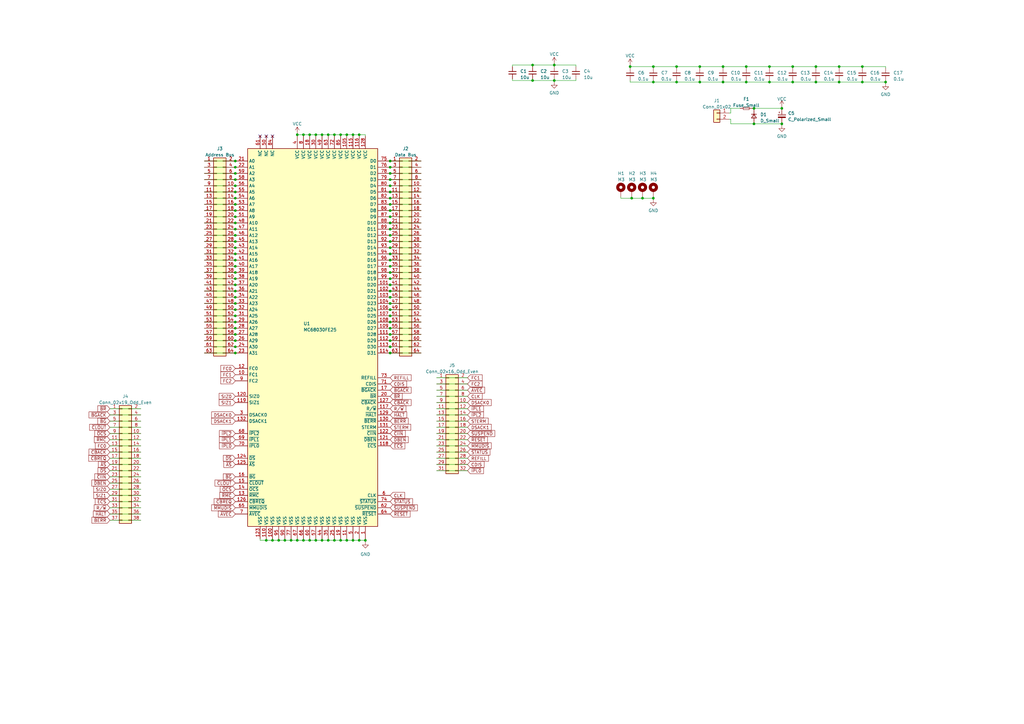
<source format=kicad_sch>
(kicad_sch (version 20220126) (generator eeschema)

  (uuid a2831237-7c73-49a6-9128-2df05e5c686b)

  (paper "A3")

  (title_block
    (title "MC68030FE25 Breakout Board")
    (date "2022-02-14")
    (rev "0x01")
  )

  

  (junction (at 96.52 91.44) (diameter 0) (color 0 0 0 0)
    (uuid 00fa9b07-de75-4b8e-b0fd-4144bb87483c)
  )
  (junction (at 96.52 129.54) (diameter 0) (color 0 0 0 0)
    (uuid 01300987-9299-4ba5-a76b-68279696add8)
  )
  (junction (at 96.52 99.06) (diameter 0) (color 0 0 0 0)
    (uuid 046842b5-5867-4f5b-928b-8a1c605d7f10)
  )
  (junction (at 160.02 99.06) (diameter 0) (color 0 0 0 0)
    (uuid 0629b2d8-3c98-411c-941f-3e10945b7152)
  )
  (junction (at 320.675 44.45) (diameter 0) (color 0 0 0 0)
    (uuid 0729edc3-6d8c-4ebc-9062-3a1396a3333f)
  )
  (junction (at 160.02 86.36) (diameter 0) (color 0 0 0 0)
    (uuid 07437cf0-0d6b-4ce2-93d1-c58172fe480a)
  )
  (junction (at 160.02 101.6) (diameter 0) (color 0 0 0 0)
    (uuid 0a05d5ea-535e-4e0e-8907-854b96326f72)
  )
  (junction (at 353.695 27.305) (diameter 0) (color 0 0 0 0)
    (uuid 0bb8b7a9-ccfd-467f-b6dc-9c3253e1a560)
  )
  (junction (at 160.02 121.92) (diameter 0) (color 0 0 0 0)
    (uuid 0c022ca3-0e3d-4308-be7f-7203f5eba840)
  )
  (junction (at 96.52 93.98) (diameter 0) (color 0 0 0 0)
    (uuid 0ebe59ae-b6a5-44da-9265-0df50d06d6ce)
  )
  (junction (at 160.02 132.08) (diameter 0) (color 0 0 0 0)
    (uuid 0ed49f9c-0d3c-423b-a53b-b46ee34840a5)
  )
  (junction (at 144.78 221.615) (diameter 0) (color 0 0 0 0)
    (uuid 10174a27-5faf-4240-9670-a90d20cb62ff)
  )
  (junction (at 96.52 76.2) (diameter 0) (color 0 0 0 0)
    (uuid 1071197f-2a7a-4b35-82fa-f82de863eebe)
  )
  (junction (at 160.02 104.14) (diameter 0) (color 0 0 0 0)
    (uuid 1807c2c2-19ad-4e75-8d2a-9bc7ff14aa1b)
  )
  (junction (at 144.78 55.245) (diameter 0) (color 0 0 0 0)
    (uuid 1b76fa42-a67e-447e-9cb0-5955f764124d)
  )
  (junction (at 149.86 221.615) (diameter 0) (color 0 0 0 0)
    (uuid 1baa1926-aa5a-45c5-8c92-2d4be1c2a7e1)
  )
  (junction (at 129.54 55.245) (diameter 0) (color 0 0 0 0)
    (uuid 1cca1142-7ab5-436d-b510-f30a1f1c30d5)
  )
  (junction (at 309.245 50.8) (diameter 0) (color 0 0 0 0)
    (uuid 1f84b1d1-df3f-4bd4-a677-16db991becc8)
  )
  (junction (at 96.52 114.3) (diameter 0) (color 0 0 0 0)
    (uuid 246d4f1e-d0c8-4322-8e19-fc45f445ab98)
  )
  (junction (at 287.02 27.305) (diameter 0) (color 0 0 0 0)
    (uuid 27d1a843-fab8-4ce7-b2d7-134ddc628540)
  )
  (junction (at 160.02 78.74) (diameter 0) (color 0 0 0 0)
    (uuid 287dec95-b2dc-4265-b538-a3154b93df45)
  )
  (junction (at 96.52 106.68) (diameter 0) (color 0 0 0 0)
    (uuid 295b98bf-0688-4551-9832-41ab7119b191)
  )
  (junction (at 137.16 221.615) (diameter 0) (color 0 0 0 0)
    (uuid 2c362f1e-26f9-4d3a-959a-46019a5822b2)
  )
  (junction (at 296.545 27.305) (diameter 0) (color 0 0 0 0)
    (uuid 2e445370-67d6-4676-9bc3-d332d583c9d0)
  )
  (junction (at 96.52 71.12) (diameter 0) (color 0 0 0 0)
    (uuid 32481892-a448-4b23-9b38-1037047254b4)
  )
  (junction (at 147.32 55.245) (diameter 0) (color 0 0 0 0)
    (uuid 329dd5ab-9ddb-446e-9eb1-a5d3c17a3937)
  )
  (junction (at 127 221.615) (diameter 0) (color 0 0 0 0)
    (uuid 33a26dba-addf-467c-9b10-e5828a65f660)
  )
  (junction (at 315.595 27.305) (diameter 0) (color 0 0 0 0)
    (uuid 380ce2c3-aba7-42ad-87cd-9ee492549fbd)
  )
  (junction (at 315.595 33.655) (diameter 0) (color 0 0 0 0)
    (uuid 384a0284-c0aa-47a7-a564-d3fb6311b0b8)
  )
  (junction (at 139.7 221.615) (diameter 0) (color 0 0 0 0)
    (uuid 389bf4cc-a7ba-4075-badf-01a9d28ff7e1)
  )
  (junction (at 96.52 83.82) (diameter 0) (color 0 0 0 0)
    (uuid 3a8202ec-cdc6-4381-b343-b87096f786fb)
  )
  (junction (at 134.62 221.615) (diameter 0) (color 0 0 0 0)
    (uuid 3b2b2092-96e0-4ebd-a542-c9fb11c025cc)
  )
  (junction (at 160.02 116.84) (diameter 0) (color 0 0 0 0)
    (uuid 3c931f9d-b05a-4411-a471-b9d1498920ed)
  )
  (junction (at 124.46 55.245) (diameter 0) (color 0 0 0 0)
    (uuid 3eb544e4-dd7a-4b0d-81be-7e0aae36ee2a)
  )
  (junction (at 160.02 83.82) (diameter 0) (color 0 0 0 0)
    (uuid 40aa5d77-20ce-4853-b7c1-eeb924ad4560)
  )
  (junction (at 96.52 142.24) (diameter 0) (color 0 0 0 0)
    (uuid 41072dfc-8ea2-48df-a3aa-8bbf92a7a778)
  )
  (junction (at 96.52 96.52) (diameter 0) (color 0 0 0 0)
    (uuid 441a8877-8529-4a91-a1d9-3ec22891ad1f)
  )
  (junction (at 277.495 27.305) (diameter 0) (color 0 0 0 0)
    (uuid 480f1c4b-00f3-4403-bb1f-b0c4f4857624)
  )
  (junction (at 96.52 124.46) (diameter 0) (color 0 0 0 0)
    (uuid 49951c9a-29d2-4881-a3ca-d2a4490bb56f)
  )
  (junction (at 96.52 119.38) (diameter 0) (color 0 0 0 0)
    (uuid 49c2542d-eedf-447e-8771-6e46c7f0d7b5)
  )
  (junction (at 160.02 88.9) (diameter 0) (color 0 0 0 0)
    (uuid 4a4738d1-ffcc-4e0e-ad53-f34dc3f2d34c)
  )
  (junction (at 132.08 55.245) (diameter 0) (color 0 0 0 0)
    (uuid 4b0fca23-2d4d-4b81-ac63-ecf71fdc9ca6)
  )
  (junction (at 334.645 27.305) (diameter 0) (color 0 0 0 0)
    (uuid 4c9b442d-2465-45cc-8db9-5178e636ec1e)
  )
  (junction (at 132.08 221.615) (diameter 0) (color 0 0 0 0)
    (uuid 4eacface-ccca-4dbc-ab05-f05384391b18)
  )
  (junction (at 96.52 81.28) (diameter 0) (color 0 0 0 0)
    (uuid 52b1da6f-617e-4242-bb40-5580215f8efb)
  )
  (junction (at 227.33 26.67) (diameter 0) (color 0 0 0 0)
    (uuid 54de74eb-a7ba-4b5a-8e10-fe843de7bd1f)
  )
  (junction (at 353.695 33.655) (diameter 0) (color 0 0 0 0)
    (uuid 59db9306-5f79-4444-a38c-9189b45c059f)
  )
  (junction (at 363.22 33.655) (diameter 0) (color 0 0 0 0)
    (uuid 5e5e93bb-7ae5-48b4-bf84-d108ea72a065)
  )
  (junction (at 160.02 71.12) (diameter 0) (color 0 0 0 0)
    (uuid 5e918568-b961-4c83-8d35-f4ff3b6093dd)
  )
  (junction (at 160.02 66.04) (diameter 0) (color 0 0 0 0)
    (uuid 601f63d5-7748-4ca8-83af-d440c98ad58d)
  )
  (junction (at 96.52 121.92) (diameter 0) (color 0 0 0 0)
    (uuid 63bfbf4e-de14-4c57-8bcf-2a198153f285)
  )
  (junction (at 160.02 124.46) (diameter 0) (color 0 0 0 0)
    (uuid 655f4d45-4e93-422c-9e42-e5f5ae9f2f50)
  )
  (junction (at 267.97 33.655) (diameter 0) (color 0 0 0 0)
    (uuid 66a3e6af-88a0-4ec5-a039-f504ff4ba8e4)
  )
  (junction (at 160.02 119.38) (diameter 0) (color 0 0 0 0)
    (uuid 684dbf18-08a4-4446-a5c8-a3417b595656)
  )
  (junction (at 111.76 221.615) (diameter 0) (color 0 0 0 0)
    (uuid 6f4ffb77-6758-4461-940d-b22002aacc6f)
  )
  (junction (at 160.02 139.7) (diameter 0) (color 0 0 0 0)
    (uuid 735bd357-c856-476f-8d55-14f37ae43990)
  )
  (junction (at 325.12 27.305) (diameter 0) (color 0 0 0 0)
    (uuid 739c7a32-691d-41cd-8cd2-030331ab0fc5)
  )
  (junction (at 227.33 33.02) (diameter 0) (color 0 0 0 0)
    (uuid 74c6fd60-d4d7-465d-afaf-b9baf11f6074)
  )
  (junction (at 306.07 27.305) (diameter 0) (color 0 0 0 0)
    (uuid 7830ffc2-f31a-4aec-a610-ede4144c5cf8)
  )
  (junction (at 160.02 91.44) (diameter 0) (color 0 0 0 0)
    (uuid 79abe7dd-2161-4203-a031-8992b8eb32ee)
  )
  (junction (at 160.02 106.68) (diameter 0) (color 0 0 0 0)
    (uuid 7ab5f2a5-673a-4b58-96eb-64be43e66fa3)
  )
  (junction (at 96.52 73.66) (diameter 0) (color 0 0 0 0)
    (uuid 7d0d365f-8d26-4c2b-800d-168f8eb4fea8)
  )
  (junction (at 96.52 78.74) (diameter 0) (color 0 0 0 0)
    (uuid 818b0578-c8a4-4fc1-8856-291f4be23d86)
  )
  (junction (at 160.02 68.58) (diameter 0) (color 0 0 0 0)
    (uuid 83324e05-8c20-40bc-9e36-d273324e2b70)
  )
  (junction (at 160.02 137.16) (diameter 0) (color 0 0 0 0)
    (uuid 833ba2d6-e565-4904-b466-abef9dc027ec)
  )
  (junction (at 116.84 221.615) (diameter 0) (color 0 0 0 0)
    (uuid 84917e3d-8441-4040-b149-58a4adc53e98)
  )
  (junction (at 320.675 50.8) (diameter 0) (color 0 0 0 0)
    (uuid 85b83cd5-c553-49a5-a977-c40676fd638a)
  )
  (junction (at 124.46 221.615) (diameter 0) (color 0 0 0 0)
    (uuid 89206022-4b72-4d55-a72b-b2c83705d8d4)
  )
  (junction (at 160.02 76.2) (diameter 0) (color 0 0 0 0)
    (uuid 8d1d64d4-7d57-4697-af39-be88404fa5f8)
  )
  (junction (at 96.52 86.36) (diameter 0) (color 0 0 0 0)
    (uuid 960d3001-959b-4dfa-ba50-36c5d2a286f5)
  )
  (junction (at 96.52 104.14) (diameter 0) (color 0 0 0 0)
    (uuid 9654f480-9cae-4b03-844a-f96ddd32d5e9)
  )
  (junction (at 96.52 88.9) (diameter 0) (color 0 0 0 0)
    (uuid 98229118-24d2-4e65-a50c-e029ca33cdd9)
  )
  (junction (at 259.08 81.28) (diameter 0) (color 0 0 0 0)
    (uuid 98a1a36a-53b7-4032-9893-2e6a57935569)
  )
  (junction (at 160.02 142.24) (diameter 0) (color 0 0 0 0)
    (uuid 9a2d6481-cef5-4ce1-a5c1-2d9c3300d63f)
  )
  (junction (at 121.92 55.245) (diameter 0) (color 0 0 0 0)
    (uuid 9d964007-1179-4701-baca-d649887dbb50)
  )
  (junction (at 325.12 33.655) (diameter 0) (color 0 0 0 0)
    (uuid 9dcf65f1-cc6d-4f6f-a24f-053630dcf7e0)
  )
  (junction (at 137.16 55.245) (diameter 0) (color 0 0 0 0)
    (uuid 9f811227-c763-4ee5-8d70-dfc9f1829995)
  )
  (junction (at 296.545 33.655) (diameter 0) (color 0 0 0 0)
    (uuid 9faef3e7-ced8-459c-80d3-298c1ad4a8bb)
  )
  (junction (at 160.02 111.76) (diameter 0) (color 0 0 0 0)
    (uuid a0019eb3-304e-4cc0-b3ce-be2ca3a84164)
  )
  (junction (at 96.52 66.04) (diameter 0) (color 0 0 0 0)
    (uuid a23b33eb-dec5-42a0-a954-7af99bc992ed)
  )
  (junction (at 96.52 134.62) (diameter 0) (color 0 0 0 0)
    (uuid a24cebc2-ac0f-4236-8450-4ebe08992f04)
  )
  (junction (at 160.02 109.22) (diameter 0) (color 0 0 0 0)
    (uuid a76c9296-0946-4edc-ba63-0e7e31105f6f)
  )
  (junction (at 114.3 221.615) (diameter 0) (color 0 0 0 0)
    (uuid ae675f6f-064a-4f58-be5a-8b7725d93444)
  )
  (junction (at 160.02 144.78) (diameter 0) (color 0 0 0 0)
    (uuid af767150-a2f2-45ca-888b-279d6fd09a3c)
  )
  (junction (at 160.02 127) (diameter 0) (color 0 0 0 0)
    (uuid b02cbe4f-33a5-4f3b-b85d-2f5ad118bc14)
  )
  (junction (at 267.97 81.28) (diameter 0) (color 0 0 0 0)
    (uuid b19cdc39-e5b3-4059-8f09-5fe729fa3038)
  )
  (junction (at 160.02 114.3) (diameter 0) (color 0 0 0 0)
    (uuid b6cd1d86-f31a-4235-a218-26fcb39e9fd3)
  )
  (junction (at 96.52 116.84) (diameter 0) (color 0 0 0 0)
    (uuid b757ff68-1d62-4528-8a8b-3d836512d501)
  )
  (junction (at 109.22 221.615) (diameter 0) (color 0 0 0 0)
    (uuid bdb9f0cc-0f52-484b-a35f-7f16e5ba2ac9)
  )
  (junction (at 147.32 221.615) (diameter 0) (color 0 0 0 0)
    (uuid bfe64438-f589-4ec1-b5ab-11044ff3a153)
  )
  (junction (at 218.44 26.67) (diameter 0) (color 0 0 0 0)
    (uuid c2e0ee3a-5620-4f7f-aab0-bdf0e1814138)
  )
  (junction (at 142.24 221.615) (diameter 0) (color 0 0 0 0)
    (uuid c36c54fb-1bbb-4bd8-bf2b-55a8607a1586)
  )
  (junction (at 306.07 33.655) (diameter 0) (color 0 0 0 0)
    (uuid c6dffa03-cb7e-43d5-a37c-00c57dfed480)
  )
  (junction (at 96.52 127) (diameter 0) (color 0 0 0 0)
    (uuid caa8b032-c47d-417a-a911-97bf8788ed35)
  )
  (junction (at 263.525 81.28) (diameter 0) (color 0 0 0 0)
    (uuid cb3e66e2-9d3c-487b-85f1-a2b400f0469f)
  )
  (junction (at 258.445 27.305) (diameter 0) (color 0 0 0 0)
    (uuid cb4da72e-88e4-4481-b368-27ef4a9d34d4)
  )
  (junction (at 160.02 129.54) (diameter 0) (color 0 0 0 0)
    (uuid cca8df4a-66e8-4df5-8f51-58bef258257e)
  )
  (junction (at 121.92 221.615) (diameter 0) (color 0 0 0 0)
    (uuid ce240f2f-9ff6-426d-8b85-bee1616d84f2)
  )
  (junction (at 142.24 55.245) (diameter 0) (color 0 0 0 0)
    (uuid cefed4c3-2be4-45eb-937d-c55eacd180f2)
  )
  (junction (at 287.02 33.655) (diameter 0) (color 0 0 0 0)
    (uuid d4591c8a-a78c-4e8e-b248-27d606e12e32)
  )
  (junction (at 96.52 101.6) (diameter 0) (color 0 0 0 0)
    (uuid da5418bf-635b-4577-945d-7450bfb632bd)
  )
  (junction (at 96.52 68.58) (diameter 0) (color 0 0 0 0)
    (uuid dbc440e0-a6ca-4845-8268-64fd301b902d)
  )
  (junction (at 96.52 137.16) (diameter 0) (color 0 0 0 0)
    (uuid dc82c6e0-3548-41fa-bd95-fffecef71311)
  )
  (junction (at 160.02 81.28) (diameter 0) (color 0 0 0 0)
    (uuid e197f703-1952-48ce-80c8-55595740607f)
  )
  (junction (at 129.54 221.615) (diameter 0) (color 0 0 0 0)
    (uuid e38132b6-5a75-40bf-bceb-e8662e521aaa)
  )
  (junction (at 160.02 134.62) (diameter 0) (color 0 0 0 0)
    (uuid e4760f4e-eb2d-4c82-ac90-b92561faa66e)
  )
  (junction (at 309.245 44.45) (diameter 0) (color 0 0 0 0)
    (uuid e4a798c2-328d-4fa7-ab5b-1b9146df051d)
  )
  (junction (at 119.38 221.615) (diameter 0) (color 0 0 0 0)
    (uuid e52545c9-e228-4f54-9b65-967ad437b026)
  )
  (junction (at 96.52 109.22) (diameter 0) (color 0 0 0 0)
    (uuid e5530ec5-df7c-4f5b-89ad-fff125a3770f)
  )
  (junction (at 160.02 93.98) (diameter 0) (color 0 0 0 0)
    (uuid e595955a-b65d-4a1b-ae2f-e96486faf1eb)
  )
  (junction (at 160.02 96.52) (diameter 0) (color 0 0 0 0)
    (uuid e705b8ac-50b8-4d92-a928-8b545c3a34b7)
  )
  (junction (at 277.495 33.655) (diameter 0) (color 0 0 0 0)
    (uuid ec54df48-5abe-4b58-91d7-5c330d2c6ae3)
  )
  (junction (at 344.17 33.655) (diameter 0) (color 0 0 0 0)
    (uuid ecc106d8-0bee-44a9-a91e-52f908006758)
  )
  (junction (at 96.52 144.78) (diameter 0) (color 0 0 0 0)
    (uuid efff1fec-30d0-47fe-9ece-aaa516b867c9)
  )
  (junction (at 139.7 55.245) (diameter 0) (color 0 0 0 0)
    (uuid f35e8b3c-fa0b-401e-a46b-17939da7906d)
  )
  (junction (at 267.97 27.305) (diameter 0) (color 0 0 0 0)
    (uuid f36bfdac-aa0b-44a0-8ed9-331cac77f8e3)
  )
  (junction (at 127 55.245) (diameter 0) (color 0 0 0 0)
    (uuid f4ba5d32-3f03-4ab4-a1ea-2c4ff1c1353e)
  )
  (junction (at 344.17 27.305) (diameter 0) (color 0 0 0 0)
    (uuid f557f606-66b3-4616-8ddc-af457aaece3c)
  )
  (junction (at 334.645 33.655) (diameter 0) (color 0 0 0 0)
    (uuid f5ad339f-b130-4d61-87d6-bc35b8c0af59)
  )
  (junction (at 134.62 55.245) (diameter 0) (color 0 0 0 0)
    (uuid f7189ef0-82b9-4485-ab60-a4159a7949e3)
  )
  (junction (at 160.02 73.66) (diameter 0) (color 0 0 0 0)
    (uuid f81a81f3-21d0-4710-af03-b8fd95a330da)
  )
  (junction (at 96.52 111.76) (diameter 0) (color 0 0 0 0)
    (uuid f8991efe-f1cc-4032-bd95-bf5102bd979b)
  )
  (junction (at 96.52 139.7) (diameter 0) (color 0 0 0 0)
    (uuid fc5e9db2-a1de-4acc-989f-2053e963c021)
  )
  (junction (at 96.52 132.08) (diameter 0) (color 0 0 0 0)
    (uuid ff256597-e2a5-4fa9-b84a-e433ad446123)
  )
  (junction (at 218.44 33.02) (diameter 0) (color 0 0 0 0)
    (uuid ffd5b090-35b7-4bba-8995-8db958ce5723)
  )

  (no_connect (at 109.22 55.88) (uuid 6558abdf-ebe5-4f56-b2df-2cce258e55ea))
  (no_connect (at 111.76 55.88) (uuid 6558abdf-ebe5-4f56-b2df-2cce258e55eb))
  (no_connect (at 106.68 55.88) (uuid 6558abdf-ebe5-4f56-b2df-2cce258e55ec))

  (wire (pts (xy 132.08 220.98) (xy 132.08 221.615))
    (stroke (width 0) (type default))
    (uuid 0056e8ab-a71a-421f-bded-7358b309c600)
  )
  (wire (pts (xy 306.07 27.305) (xy 296.545 27.305))
    (stroke (width 0) (type default))
    (uuid 02003085-38a7-4482-9469-9675ce7ba834)
  )
  (wire (pts (xy 353.695 27.305) (xy 363.22 27.305))
    (stroke (width 0) (type default))
    (uuid 060a6672-0eef-474f-b8b9-7daef26fc2d8)
  )
  (wire (pts (xy 218.44 26.67) (xy 218.44 27.305))
    (stroke (width 0) (type default))
    (uuid 0669d7ab-04d9-4cd7-9b71-a2b836dca399)
  )
  (wire (pts (xy 263.525 81.28) (xy 267.97 81.28))
    (stroke (width 0) (type default))
    (uuid 0801aa0c-8dc1-4232-838c-570a06d32e0e)
  )
  (wire (pts (xy 119.38 220.98) (xy 119.38 221.615))
    (stroke (width 0) (type default))
    (uuid 09782d6f-4f5d-4461-acb4-76d36794612b)
  )
  (wire (pts (xy 267.97 81.28) (xy 267.97 80.645))
    (stroke (width 0) (type default))
    (uuid 0a3c64fc-6a69-40e6-b1f7-fe9f2505dcf0)
  )
  (wire (pts (xy 45.085 200.66) (xy 57.785 200.66))
    (stroke (width 0) (type default))
    (uuid 0b0447cd-5935-4b16-aa2c-d934791ba7ad)
  )
  (wire (pts (xy 149.86 221.615) (xy 149.86 222.25))
    (stroke (width 0) (type default))
    (uuid 0db4884c-ab94-4520-a71c-436908349764)
  )
  (wire (pts (xy 132.08 55.245) (xy 129.54 55.245))
    (stroke (width 0) (type default))
    (uuid 0f60ea4c-0115-48fc-8556-8d88c868404c)
  )
  (wire (pts (xy 263.525 80.645) (xy 263.525 81.28))
    (stroke (width 0) (type default))
    (uuid 113472f6-d18e-4a30-b807-c2d8a0eade81)
  )
  (wire (pts (xy 45.085 172.72) (xy 57.785 172.72))
    (stroke (width 0) (type default))
    (uuid 11eb2da2-13c0-44b8-9550-9328111094e0)
  )
  (wire (pts (xy 325.12 33.02) (xy 325.12 33.655))
    (stroke (width 0) (type default))
    (uuid 1326fe1b-4166-411b-96ab-844cdf4472ff)
  )
  (wire (pts (xy 45.085 193.04) (xy 57.785 193.04))
    (stroke (width 0) (type default))
    (uuid 148847a0-0188-4536-9fa0-2a9d4ab128ae)
  )
  (wire (pts (xy 258.445 26.67) (xy 258.445 27.305))
    (stroke (width 0) (type default))
    (uuid 149b3c9b-5187-427a-876e-925db923b53d)
  )
  (wire (pts (xy 127 221.615) (xy 129.54 221.615))
    (stroke (width 0) (type default))
    (uuid 159a9bc5-4118-4109-a2ea-1294fc06cc7d)
  )
  (wire (pts (xy 296.545 27.305) (xy 287.02 27.305))
    (stroke (width 0) (type default))
    (uuid 160f346d-488f-40b6-aae8-b5e9d7426d5d)
  )
  (wire (pts (xy 45.085 182.88) (xy 57.785 182.88))
    (stroke (width 0) (type default))
    (uuid 161a55f6-e730-4289-bdfe-9f84875c7f4e)
  )
  (wire (pts (xy 160.02 101.6) (xy 172.72 101.6))
    (stroke (width 0) (type default))
    (uuid 1b43418d-4b98-4220-8e1a-3318f37a3679)
  )
  (wire (pts (xy 45.085 170.18) (xy 57.785 170.18))
    (stroke (width 0) (type default))
    (uuid 1b6dd566-de04-4c33-a0eb-48ba1275ef4b)
  )
  (wire (pts (xy 160.02 139.7) (xy 172.72 139.7))
    (stroke (width 0) (type default))
    (uuid 1bbedfde-389c-45fd-97f6-4c5c237704f3)
  )
  (wire (pts (xy 277.495 27.305) (xy 267.97 27.305))
    (stroke (width 0) (type default))
    (uuid 1c6da768-52a4-4c26-87d5-72224af5d38f)
  )
  (wire (pts (xy 83.82 144.78) (xy 96.52 144.78))
    (stroke (width 0) (type default))
    (uuid 1e82d05c-5fff-4e8f-9310-980899d6fa81)
  )
  (wire (pts (xy 147.32 55.245) (xy 147.32 55.88))
    (stroke (width 0) (type default))
    (uuid 1e8a0ef5-b50b-451e-bcd8-0ef436d8bfbc)
  )
  (wire (pts (xy 277.495 27.305) (xy 277.495 27.94))
    (stroke (width 0) (type default))
    (uuid 20003d93-5003-45bd-8adc-666f083bb3f3)
  )
  (wire (pts (xy 124.46 221.615) (xy 127 221.615))
    (stroke (width 0) (type default))
    (uuid 2078a3da-edfc-4335-a549-56de93946545)
  )
  (wire (pts (xy 142.24 55.245) (xy 139.7 55.245))
    (stroke (width 0) (type default))
    (uuid 209adc85-120b-4b4a-9802-91646e20fb5c)
  )
  (wire (pts (xy 296.545 33.655) (xy 306.07 33.655))
    (stroke (width 0) (type default))
    (uuid 22e0f5c6-4558-438b-9bd6-8cd07f5b6327)
  )
  (wire (pts (xy 308.61 44.45) (xy 309.245 44.45))
    (stroke (width 0) (type default))
    (uuid 2395d044-5e88-4030-8d79-6c654907f52b)
  )
  (wire (pts (xy 45.085 175.26) (xy 57.785 175.26))
    (stroke (width 0) (type default))
    (uuid 23ca6d48-7ff2-4207-847a-8b648e69f326)
  )
  (wire (pts (xy 160.02 68.58) (xy 172.72 68.58))
    (stroke (width 0) (type default))
    (uuid 24540c1a-d243-4a34-a3d3-0a4b8f38460a)
  )
  (wire (pts (xy 363.22 33.655) (xy 353.695 33.655))
    (stroke (width 0) (type default))
    (uuid 266dd9b0-c6ee-4a7a-994e-b4b651edac60)
  )
  (wire (pts (xy 227.33 26.035) (xy 227.33 26.67))
    (stroke (width 0) (type default))
    (uuid 279cb871-32d9-4250-8863-50fbe6c74516)
  )
  (wire (pts (xy 344.17 27.94) (xy 344.17 27.305))
    (stroke (width 0) (type default))
    (uuid 29989085-78d1-436c-84de-613173daeb6d)
  )
  (wire (pts (xy 160.02 106.68) (xy 172.72 106.68))
    (stroke (width 0) (type default))
    (uuid 29ded478-6bee-44e6-9835-aac2d6a1d738)
  )
  (wire (pts (xy 315.595 33.02) (xy 315.595 33.655))
    (stroke (width 0) (type default))
    (uuid 29e8ddca-ffa1-4d00-acd2-fd7fdb176ef9)
  )
  (wire (pts (xy 218.44 33.02) (xy 210.185 33.02))
    (stroke (width 0) (type default))
    (uuid 2c449005-599a-45ca-a5e4-167a69f6c8d6)
  )
  (wire (pts (xy 179.07 165.1) (xy 191.77 165.1))
    (stroke (width 0) (type default))
    (uuid 2c6c1a01-6e9f-467d-ba43-0220cea229c5)
  )
  (wire (pts (xy 334.645 27.94) (xy 334.645 27.305))
    (stroke (width 0) (type default))
    (uuid 2c707df5-f277-4ba6-bfd1-2317fa58b6fd)
  )
  (wire (pts (xy 124.46 220.98) (xy 124.46 221.615))
    (stroke (width 0) (type default))
    (uuid 305a4e64-1a87-4721-9155-a751e030af60)
  )
  (wire (pts (xy 121.92 54.61) (xy 121.92 55.245))
    (stroke (width 0) (type default))
    (uuid 30f78476-7295-426d-a426-8a27788dcd71)
  )
  (wire (pts (xy 83.82 114.3) (xy 96.52 114.3))
    (stroke (width 0) (type default))
    (uuid 31154a42-2fdd-40fe-89f3-f299437c98f0)
  )
  (wire (pts (xy 83.82 83.82) (xy 96.52 83.82))
    (stroke (width 0) (type default))
    (uuid 31bebfd4-5df4-4d05-a32a-f5d2e68a61ea)
  )
  (wire (pts (xy 353.695 33.655) (xy 344.17 33.655))
    (stroke (width 0) (type default))
    (uuid 32b04281-f995-4d61-ad56-a14e0bb08206)
  )
  (wire (pts (xy 160.02 137.16) (xy 172.72 137.16))
    (stroke (width 0) (type default))
    (uuid 32e624c6-b69c-47f5-8c9d-4808d261a104)
  )
  (wire (pts (xy 147.32 55.245) (xy 144.78 55.245))
    (stroke (width 0) (type default))
    (uuid 3444c7a9-4a08-46e2-bb3f-65c8d986003b)
  )
  (wire (pts (xy 227.33 33.02) (xy 227.33 32.385))
    (stroke (width 0) (type default))
    (uuid 35e1f151-de55-4f2e-b1d2-02c63841161b)
  )
  (wire (pts (xy 109.22 220.98) (xy 109.22 221.615))
    (stroke (width 0) (type default))
    (uuid 360afa69-b6e6-43d0-b76e-181f1aaa126f)
  )
  (wire (pts (xy 160.02 121.92) (xy 172.72 121.92))
    (stroke (width 0) (type default))
    (uuid 36b39110-051f-4db6-a31c-48c3f4604b8f)
  )
  (wire (pts (xy 236.22 33.02) (xy 227.33 33.02))
    (stroke (width 0) (type default))
    (uuid 373d02b5-3556-4639-ba23-51dcfb3159d4)
  )
  (wire (pts (xy 45.085 180.34) (xy 57.785 180.34))
    (stroke (width 0) (type default))
    (uuid 38a6c9a4-94f9-41bb-b116-2f7e15adc271)
  )
  (wire (pts (xy 83.82 104.14) (xy 96.52 104.14))
    (stroke (width 0) (type default))
    (uuid 394be24c-e035-41c4-b248-4bdd47504882)
  )
  (wire (pts (xy 344.17 33.655) (xy 334.645 33.655))
    (stroke (width 0) (type default))
    (uuid 3a006038-a629-4ade-af81-524128af455c)
  )
  (wire (pts (xy 179.07 157.48) (xy 191.77 157.48))
    (stroke (width 0) (type default))
    (uuid 3ba5b14c-3626-4b4b-96f5-922eed91ce5e)
  )
  (wire (pts (xy 258.445 27.305) (xy 258.445 27.94))
    (stroke (width 0) (type default))
    (uuid 3bd11979-4c78-41be-8598-1c152366f16c)
  )
  (wire (pts (xy 139.7 221.615) (xy 142.24 221.615))
    (stroke (width 0) (type default))
    (uuid 3d1c2631-3371-472a-8665-34ff4f667c54)
  )
  (wire (pts (xy 287.02 27.305) (xy 287.02 27.94))
    (stroke (width 0) (type default))
    (uuid 3d746323-decf-456a-b146-c9182c2f9cb6)
  )
  (wire (pts (xy 160.02 129.54) (xy 172.72 129.54))
    (stroke (width 0) (type default))
    (uuid 3d7efcdf-2f8f-4512-8706-3526b7d3b071)
  )
  (wire (pts (xy 227.33 33.02) (xy 218.44 33.02))
    (stroke (width 0) (type default))
    (uuid 41121fa9-258f-44b9-b3ff-b886ee190282)
  )
  (wire (pts (xy 45.085 167.64) (xy 57.785 167.64))
    (stroke (width 0) (type default))
    (uuid 42139af2-4074-4ecf-92bc-b2e39ea64a41)
  )
  (wire (pts (xy 45.085 185.42) (xy 57.785 185.42))
    (stroke (width 0) (type default))
    (uuid 425e50e2-dc0d-4463-a3ab-f4a7a2eee4e1)
  )
  (wire (pts (xy 134.62 55.245) (xy 134.62 55.88))
    (stroke (width 0) (type default))
    (uuid 42d3a86c-9761-411a-8fa4-4ce1edcb33a1)
  )
  (wire (pts (xy 259.08 81.28) (xy 263.525 81.28))
    (stroke (width 0) (type default))
    (uuid 42d64d56-2a6a-438c-8132-0e9bba6756be)
  )
  (wire (pts (xy 129.54 55.245) (xy 127 55.245))
    (stroke (width 0) (type default))
    (uuid 42dee4b9-7fb0-4dc5-b01e-e3bfb37a2d37)
  )
  (wire (pts (xy 160.02 142.24) (xy 172.72 142.24))
    (stroke (width 0) (type default))
    (uuid 45dae3f3-0f2e-4707-9278-d7b8f8029ae3)
  )
  (wire (pts (xy 277.495 33.02) (xy 277.495 33.655))
    (stroke (width 0) (type default))
    (uuid 48102f5c-b35a-4f00-a448-2d69fb03f58f)
  )
  (wire (pts (xy 287.02 27.305) (xy 277.495 27.305))
    (stroke (width 0) (type default))
    (uuid 48b69364-d6ee-4b01-a4d0-6f8933fee61d)
  )
  (wire (pts (xy 363.22 33.02) (xy 363.22 33.655))
    (stroke (width 0) (type default))
    (uuid 4ad29e8b-6ef8-4b7b-baee-ef0c9db1e7f5)
  )
  (wire (pts (xy 258.445 33.02) (xy 258.445 33.655))
    (stroke (width 0) (type default))
    (uuid 4af8e9c7-958d-447d-9d06-5edea302a747)
  )
  (wire (pts (xy 132.08 55.245) (xy 132.08 55.88))
    (stroke (width 0) (type default))
    (uuid 50cc08ac-21bb-45d6-9695-341aa297932f)
  )
  (wire (pts (xy 137.16 55.245) (xy 134.62 55.245))
    (stroke (width 0) (type default))
    (uuid 50f5c3cc-db3f-459b-a50f-507f4c7e5ae6)
  )
  (wire (pts (xy 83.82 116.84) (xy 96.52 116.84))
    (stroke (width 0) (type default))
    (uuid 514c3fbc-8e10-41ab-a329-009dd9a113f6)
  )
  (wire (pts (xy 160.02 119.38) (xy 172.72 119.38))
    (stroke (width 0) (type default))
    (uuid 51d2f79a-0b2e-459b-b8ac-71a7a68d79a1)
  )
  (wire (pts (xy 160.02 127) (xy 172.72 127))
    (stroke (width 0) (type default))
    (uuid 51d330d6-852a-470e-a317-828a39ff6c21)
  )
  (wire (pts (xy 45.085 208.28) (xy 57.785 208.28))
    (stroke (width 0) (type default))
    (uuid 52643b38-24e5-4859-93e6-9062b9fa2d8d)
  )
  (wire (pts (xy 160.02 134.62) (xy 172.72 134.62))
    (stroke (width 0) (type default))
    (uuid 531d6e85-451b-4646-a1d0-281828504d09)
  )
  (wire (pts (xy 142.24 55.245) (xy 142.24 55.88))
    (stroke (width 0) (type default))
    (uuid 55066924-44a7-4a7e-baa1-a6a0a5f0bc3d)
  )
  (wire (pts (xy 137.16 55.245) (xy 137.16 55.88))
    (stroke (width 0) (type default))
    (uuid 5550dff5-5ccc-42b7-8570-e41919f201fe)
  )
  (wire (pts (xy 132.08 221.615) (xy 134.62 221.615))
    (stroke (width 0) (type default))
    (uuid 57d5bcf0-a5bf-40ea-a841-5ebaec34646b)
  )
  (wire (pts (xy 124.46 55.245) (xy 124.46 55.88))
    (stroke (width 0) (type default))
    (uuid 58536d24-45e4-4aa2-8473-a75236df4b1e)
  )
  (wire (pts (xy 236.22 33.02) (xy 236.22 32.385))
    (stroke (width 0) (type default))
    (uuid 586b64c1-6362-4dc3-91cd-4199bc4e72f6)
  )
  (wire (pts (xy 147.32 221.615) (xy 149.86 221.615))
    (stroke (width 0) (type default))
    (uuid 58979e5d-e349-4cff-baae-dfd8a594c9b8)
  )
  (wire (pts (xy 160.02 71.12) (xy 172.72 71.12))
    (stroke (width 0) (type default))
    (uuid 59f4847a-a743-4a3f-a393-6493a1cff989)
  )
  (wire (pts (xy 210.185 26.67) (xy 218.44 26.67))
    (stroke (width 0) (type default))
    (uuid 5dcc4c9b-72e5-4560-b982-e20eee6c5c57)
  )
  (wire (pts (xy 353.695 27.305) (xy 353.695 27.94))
    (stroke (width 0) (type default))
    (uuid 5e705a8b-4058-4e6d-9612-126504aba1c2)
  )
  (wire (pts (xy 121.92 55.245) (xy 121.92 55.88))
    (stroke (width 0) (type default))
    (uuid 60225f72-6b48-4efa-a225-dbf8b673a503)
  )
  (wire (pts (xy 45.085 205.74) (xy 57.785 205.74))
    (stroke (width 0) (type default))
    (uuid 6057b826-0995-4037-9266-125eb359ec19)
  )
  (wire (pts (xy 116.84 220.98) (xy 116.84 221.615))
    (stroke (width 0) (type default))
    (uuid 634966a7-d54e-4ca2-8e6e-2cdbcd10538c)
  )
  (wire (pts (xy 83.82 106.68) (xy 96.52 106.68))
    (stroke (width 0) (type default))
    (uuid 644aa816-7121-4827-a4f2-22b14682754f)
  )
  (wire (pts (xy 83.82 127) (xy 96.52 127))
    (stroke (width 0) (type default))
    (uuid 64d997d7-2610-417f-ae21-cbc9faeb9dbb)
  )
  (wire (pts (xy 227.33 33.02) (xy 227.33 33.655))
    (stroke (width 0) (type default))
    (uuid 66523526-267f-4b4f-a305-3d651c323f27)
  )
  (wire (pts (xy 116.84 221.615) (xy 114.3 221.615))
    (stroke (width 0) (type default))
    (uuid 67bbcac2-34fa-4f9b-847b-19c80354e8b5)
  )
  (wire (pts (xy 160.02 116.84) (xy 172.72 116.84))
    (stroke (width 0) (type default))
    (uuid 67ce831b-47ab-4d48-8770-ad18431613d1)
  )
  (wire (pts (xy 121.92 221.615) (xy 121.92 220.98))
    (stroke (width 0) (type default))
    (uuid 684ff4b9-413c-4875-be2c-d80bcfad9d76)
  )
  (wire (pts (xy 179.07 175.26) (xy 191.77 175.26))
    (stroke (width 0) (type default))
    (uuid 68ef34a9-2b6e-4d55-af1c-5dd4c46ed2f3)
  )
  (wire (pts (xy 258.445 33.655) (xy 267.97 33.655))
    (stroke (width 0) (type default))
    (uuid 6a43daad-4117-4ab4-a667-8745979930cd)
  )
  (wire (pts (xy 325.12 27.305) (xy 334.645 27.305))
    (stroke (width 0) (type default))
    (uuid 6af3b2c1-a9d2-4ceb-867b-23a366a8a823)
  )
  (wire (pts (xy 83.82 78.74) (xy 96.52 78.74))
    (stroke (width 0) (type default))
    (uuid 6cba6aa9-c170-44a5-a4cf-3bc093d28971)
  )
  (wire (pts (xy 144.78 221.615) (xy 147.32 221.615))
    (stroke (width 0) (type default))
    (uuid 6d1c2579-96d1-4e16-b957-1f53599c6242)
  )
  (wire (pts (xy 160.02 93.98) (xy 172.72 93.98))
    (stroke (width 0) (type default))
    (uuid 6dc4ab5c-fc88-4fe1-8d16-cc89d6f3fd52)
  )
  (wire (pts (xy 83.82 76.2) (xy 96.52 76.2))
    (stroke (width 0) (type default))
    (uuid 6ed7ee09-a696-425b-b4b4-913bc6c7703c)
  )
  (wire (pts (xy 179.07 170.18) (xy 191.77 170.18))
    (stroke (width 0) (type default))
    (uuid 6ed8bda2-8062-44b5-ac35-f6587d9997c6)
  )
  (wire (pts (xy 179.07 182.88) (xy 191.77 182.88))
    (stroke (width 0) (type default))
    (uuid 6f655bac-6606-48f3-9cc0-37039c45ca57)
  )
  (wire (pts (xy 254.635 81.28) (xy 259.08 81.28))
    (stroke (width 0) (type default))
    (uuid 7081e108-3ab1-4505-a225-25411878d4f0)
  )
  (wire (pts (xy 160.02 111.76) (xy 172.72 111.76))
    (stroke (width 0) (type default))
    (uuid 710ef5c1-de42-413c-a6c5-e1e1482615ae)
  )
  (wire (pts (xy 160.02 78.74) (xy 172.72 78.74))
    (stroke (width 0) (type default))
    (uuid 72758ec5-6991-46c7-8f94-822647587186)
  )
  (wire (pts (xy 83.82 91.44) (xy 96.52 91.44))
    (stroke (width 0) (type default))
    (uuid 762e7e89-6722-42d2-b20b-11053e35bf4c)
  )
  (wire (pts (xy 124.46 55.245) (xy 121.92 55.245))
    (stroke (width 0) (type default))
    (uuid 77a87dbc-0777-4365-ae2e-4ffc5cac4ade)
  )
  (wire (pts (xy 309.245 50.8) (xy 320.675 50.8))
    (stroke (width 0) (type default))
    (uuid 787dbe01-5209-4e85-97ab-39107c7c94c6)
  )
  (wire (pts (xy 309.245 44.45) (xy 320.675 44.45))
    (stroke (width 0) (type default))
    (uuid 78d10d50-32ea-43de-ade5-b0bd6e568381)
  )
  (wire (pts (xy 45.085 190.5) (xy 57.785 190.5))
    (stroke (width 0) (type default))
    (uuid 79db2e3d-1c3a-4e54-add3-b4c342c72923)
  )
  (wire (pts (xy 111.76 221.615) (xy 109.22 221.615))
    (stroke (width 0) (type default))
    (uuid 7a229d28-a22e-4d63-b5d5-e7bcd7e562af)
  )
  (wire (pts (xy 83.82 66.04) (xy 96.52 66.04))
    (stroke (width 0) (type default))
    (uuid 7a4a860a-3d2c-4dc5-adc0-c377d0746923)
  )
  (wire (pts (xy 45.085 213.36) (xy 57.785 213.36))
    (stroke (width 0) (type default))
    (uuid 7ae57146-52bc-42fc-8be5-f68cb5539b98)
  )
  (wire (pts (xy 111.76 220.98) (xy 111.76 221.615))
    (stroke (width 0) (type default))
    (uuid 7b1f447a-d956-4b3a-9389-a103dd9cf84c)
  )
  (wire (pts (xy 139.7 55.245) (xy 139.7 55.88))
    (stroke (width 0) (type default))
    (uuid 7b700e57-2cfb-41e2-8657-5fcc5d179310)
  )
  (wire (pts (xy 315.595 27.305) (xy 315.595 27.94))
    (stroke (width 0) (type default))
    (uuid 7e32542b-f04d-44d4-9ebb-63af58cc7503)
  )
  (wire (pts (xy 119.38 221.615) (xy 121.92 221.615))
    (stroke (width 0) (type default))
    (uuid 81898237-fef2-4deb-9d35-2710157f0a19)
  )
  (wire (pts (xy 179.07 154.94) (xy 191.77 154.94))
    (stroke (width 0) (type default))
    (uuid 8256e950-a3e3-4ef1-950b-5393129a5e97)
  )
  (wire (pts (xy 83.82 111.76) (xy 96.52 111.76))
    (stroke (width 0) (type default))
    (uuid 84fc3c0f-4cca-4801-8a26-b3fae5bbe824)
  )
  (wire (pts (xy 267.97 27.305) (xy 258.445 27.305))
    (stroke (width 0) (type default))
    (uuid 85c704b2-b361-4475-b4ba-5dedd67a53b3)
  )
  (wire (pts (xy 334.645 27.305) (xy 344.17 27.305))
    (stroke (width 0) (type default))
    (uuid 85db4c26-ec4b-4a85-9a99-b5b30cab42d1)
  )
  (wire (pts (xy 83.82 132.08) (xy 96.52 132.08))
    (stroke (width 0) (type default))
    (uuid 85f3e11e-7e47-4ddd-a1b2-e27bfac46dcd)
  )
  (wire (pts (xy 139.7 55.245) (xy 137.16 55.245))
    (stroke (width 0) (type default))
    (uuid 868c5734-eb5e-48a5-94b7-b79d6544acdb)
  )
  (wire (pts (xy 83.82 93.98) (xy 96.52 93.98))
    (stroke (width 0) (type default))
    (uuid 88388c4c-ee5b-46c6-a003-ecb1d52da5bc)
  )
  (wire (pts (xy 353.695 33.02) (xy 353.695 33.655))
    (stroke (width 0) (type default))
    (uuid 8887c7b6-a7e0-4439-b8a7-ab5cf2ad4c4a)
  )
  (wire (pts (xy 267.97 33.02) (xy 267.97 33.655))
    (stroke (width 0) (type default))
    (uuid 892609cc-0af9-4f0a-bcd1-f2f414178c10)
  )
  (wire (pts (xy 142.24 221.615) (xy 144.78 221.615))
    (stroke (width 0) (type default))
    (uuid 899ae298-1b17-4bc9-8f34-66fef5a8299d)
  )
  (wire (pts (xy 45.085 203.2) (xy 57.785 203.2))
    (stroke (width 0) (type default))
    (uuid 8bbd67aa-05e5-4cee-95c3-163b0ee97156)
  )
  (wire (pts (xy 363.22 27.305) (xy 363.22 27.94))
    (stroke (width 0) (type default))
    (uuid 8c3a9263-39da-478d-aeea-d12287bb2698)
  )
  (wire (pts (xy 137.16 221.615) (xy 139.7 221.615))
    (stroke (width 0) (type default))
    (uuid 8df9fee1-bc91-4a39-932e-0827a7a5ccc1)
  )
  (wire (pts (xy 160.02 91.44) (xy 172.72 91.44))
    (stroke (width 0) (type default))
    (uuid 8e3375ea-bbee-4939-92e5-db59a9f69234)
  )
  (wire (pts (xy 287.02 33.655) (xy 296.545 33.655))
    (stroke (width 0) (type default))
    (uuid 8e4d178f-da42-4b7a-9caa-4a1d8a56b7ea)
  )
  (wire (pts (xy 83.82 101.6) (xy 96.52 101.6))
    (stroke (width 0) (type default))
    (uuid 8e72954f-9607-4e06-b490-c496e5d2a980)
  )
  (wire (pts (xy 45.085 195.58) (xy 57.785 195.58))
    (stroke (width 0) (type default))
    (uuid 8fbab7b2-6ea1-44fc-93a4-8effb951c32e)
  )
  (wire (pts (xy 83.82 73.66) (xy 96.52 73.66))
    (stroke (width 0) (type default))
    (uuid 90e36a42-f3cc-4cc8-b1d6-5ec8b8075cfd)
  )
  (wire (pts (xy 45.085 187.96) (xy 57.785 187.96))
    (stroke (width 0) (type default))
    (uuid 925d8997-272e-4042-bd89-2bc008aaaa68)
  )
  (wire (pts (xy 114.3 220.98) (xy 114.3 221.615))
    (stroke (width 0) (type default))
    (uuid 933c996a-1e40-414f-a2c5-74869e952309)
  )
  (wire (pts (xy 106.68 221.615) (xy 109.22 221.615))
    (stroke (width 0) (type default))
    (uuid 943f2b86-e09a-4ce1-8c02-3f84c285caba)
  )
  (wire (pts (xy 127 55.245) (xy 124.46 55.245))
    (stroke (width 0) (type default))
    (uuid 94aff4c5-0735-4f39-8e67-bd7ead8b09a9)
  )
  (wire (pts (xy 299.085 46.355) (xy 299.72 46.355))
    (stroke (width 0) (type default))
    (uuid 9707d5cd-9211-443d-9890-418a44e52f3d)
  )
  (wire (pts (xy 160.02 96.52) (xy 172.72 96.52))
    (stroke (width 0) (type default))
    (uuid 97fe8be1-a0ac-4d7f-8117-b9c22986d082)
  )
  (wire (pts (xy 306.07 33.655) (xy 306.07 33.02))
    (stroke (width 0) (type default))
    (uuid 9c6e03db-bc7b-4f87-a809-4bac7b45ad4f)
  )
  (wire (pts (xy 160.02 144.78) (xy 172.72 144.78))
    (stroke (width 0) (type default))
    (uuid 9d1b23d1-5e64-4ec6-83be-eaecfbfb3e5a)
  )
  (wire (pts (xy 277.495 33.655) (xy 287.02 33.655))
    (stroke (width 0) (type default))
    (uuid 9e1cb447-c28f-48b5-adfb-419eaedcdaf2)
  )
  (wire (pts (xy 320.675 43.815) (xy 320.675 44.45))
    (stroke (width 0) (type default))
    (uuid 9f72f2e2-72f7-4f31-8b1a-74ce0d596da5)
  )
  (wire (pts (xy 344.17 33.02) (xy 344.17 33.655))
    (stroke (width 0) (type default))
    (uuid a3fde688-5cc5-4f3d-8079-d4b64d1db32b)
  )
  (wire (pts (xy 149.86 55.245) (xy 147.32 55.245))
    (stroke (width 0) (type default))
    (uuid a426d286-65c4-4a72-a7ea-311d3f7d3b5c)
  )
  (wire (pts (xy 236.22 26.67) (xy 236.22 27.305))
    (stroke (width 0) (type default))
    (uuid a44a32f2-bc5b-41f8-b214-6e2be8c13cba)
  )
  (wire (pts (xy 325.12 33.655) (xy 315.595 33.655))
    (stroke (width 0) (type default))
    (uuid a5e00a00-18a0-4ecf-bbad-2e921696958f)
  )
  (wire (pts (xy 160.02 88.9) (xy 172.72 88.9))
    (stroke (width 0) (type default))
    (uuid a6073d21-99b1-45ff-ab40-c891ef704572)
  )
  (wire (pts (xy 320.675 50.8) (xy 320.675 50.165))
    (stroke (width 0) (type default))
    (uuid a638e145-42f4-42ba-9940-c5d8c78ad5d6)
  )
  (wire (pts (xy 142.24 220.98) (xy 142.24 221.615))
    (stroke (width 0) (type default))
    (uuid a6d872c5-30d0-4297-8ed2-743723fa9c8f)
  )
  (wire (pts (xy 83.82 129.54) (xy 96.52 129.54))
    (stroke (width 0) (type default))
    (uuid a7424bf8-0368-4894-98bf-4d8fe6d37a60)
  )
  (wire (pts (xy 309.245 50.165) (xy 309.245 50.8))
    (stroke (width 0) (type default))
    (uuid a7e55d39-cd2a-48fc-b290-a64654f96ecc)
  )
  (wire (pts (xy 129.54 55.245) (xy 129.54 55.88))
    (stroke (width 0) (type default))
    (uuid a8b5a362-6dd7-4b7e-ad02-3ff886869ad7)
  )
  (wire (pts (xy 134.62 55.245) (xy 132.08 55.245))
    (stroke (width 0) (type default))
    (uuid a96454e7-c472-463a-aeff-b7f69b2bcd58)
  )
  (wire (pts (xy 344.17 27.305) (xy 353.695 27.305))
    (stroke (width 0) (type default))
    (uuid a9d3ee5b-d2c5-40d8-a023-da2456bc5dd6)
  )
  (wire (pts (xy 267.97 27.305) (xy 267.97 27.94))
    (stroke (width 0) (type default))
    (uuid aa42b4d9-89e6-4bb1-af15-4a3492d80bb6)
  )
  (wire (pts (xy 160.02 132.08) (xy 172.72 132.08))
    (stroke (width 0) (type default))
    (uuid aa524cfe-5ae9-4ef1-bbf1-eb84001c999e)
  )
  (wire (pts (xy 267.97 33.655) (xy 277.495 33.655))
    (stroke (width 0) (type default))
    (uuid aa679732-8fb9-4446-ae72-d2c03e740e02)
  )
  (wire (pts (xy 287.02 33.02) (xy 287.02 33.655))
    (stroke (width 0) (type default))
    (uuid ab58a340-57c4-49a9-8aae-619774766fa1)
  )
  (wire (pts (xy 267.97 81.28) (xy 267.97 81.915))
    (stroke (width 0) (type default))
    (uuid ac07aa26-5f6a-4d98-801f-805f9a4d40ac)
  )
  (wire (pts (xy 325.12 27.305) (xy 315.595 27.305))
    (stroke (width 0) (type default))
    (uuid ac6c8bbe-9963-4499-832b-4d4ea7146841)
  )
  (wire (pts (xy 227.33 26.67) (xy 227.33 27.305))
    (stroke (width 0) (type default))
    (uuid ace46c70-ed49-4469-a213-81c0aebe706c)
  )
  (wire (pts (xy 296.545 33.02) (xy 296.545 33.655))
    (stroke (width 0) (type default))
    (uuid ad425feb-09f6-4a56-abb2-e1cd91e7e3ab)
  )
  (wire (pts (xy 83.82 81.28) (xy 96.52 81.28))
    (stroke (width 0) (type default))
    (uuid aef9b22a-bf74-4387-9743-48e2af8d7a42)
  )
  (wire (pts (xy 129.54 220.98) (xy 129.54 221.615))
    (stroke (width 0) (type default))
    (uuid af4897a3-d638-40a1-98cc-7a9f5151ecbb)
  )
  (wire (pts (xy 160.02 104.14) (xy 172.72 104.14))
    (stroke (width 0) (type default))
    (uuid b01ee201-54c9-4b73-9c37-01aef94532cb)
  )
  (wire (pts (xy 325.12 27.94) (xy 325.12 27.305))
    (stroke (width 0) (type default))
    (uuid b0e2f2a3-c3f5-4bce-a03f-485bb4a88592)
  )
  (wire (pts (xy 45.085 177.8) (xy 57.785 177.8))
    (stroke (width 0) (type default))
    (uuid b18c4f36-012b-4c82-9784-4518587e1ad9)
  )
  (wire (pts (xy 179.07 185.42) (xy 191.77 185.42))
    (stroke (width 0) (type default))
    (uuid b1b16493-15d9-4562-962e-fef5a7c6fe2c)
  )
  (wire (pts (xy 179.07 190.5) (xy 191.77 190.5))
    (stroke (width 0) (type default))
    (uuid b1dcbaeb-a6df-456b-aba2-34c644eb7aef)
  )
  (wire (pts (xy 179.07 172.72) (xy 191.77 172.72))
    (stroke (width 0) (type default))
    (uuid b2511785-e690-43f0-8834-799785b19d07)
  )
  (wire (pts (xy 83.82 99.06) (xy 96.52 99.06))
    (stroke (width 0) (type default))
    (uuid b4ca801f-a338-4b43-ad9e-90e49ba37c87)
  )
  (wire (pts (xy 83.82 142.24) (xy 96.52 142.24))
    (stroke (width 0) (type default))
    (uuid b5547ab1-3586-4f63-9e29-1e2143808ad1)
  )
  (wire (pts (xy 149.86 55.88) (xy 149.86 55.245))
    (stroke (width 0) (type default))
    (uuid b587739c-09ec-4fcd-bafc-ad61a173c325)
  )
  (wire (pts (xy 210.185 33.02) (xy 210.185 32.385))
    (stroke (width 0) (type default))
    (uuid b66692da-bbeb-4c6a-9e0b-fc5520a22914)
  )
  (wire (pts (xy 144.78 220.98) (xy 144.78 221.615))
    (stroke (width 0) (type default))
    (uuid b6dfa0bc-6f58-49d4-a083-7b98e0c90728)
  )
  (wire (pts (xy 144.78 55.245) (xy 144.78 55.88))
    (stroke (width 0) (type default))
    (uuid b7aba95b-1566-4dfc-90be-a8341c18f19f)
  )
  (wire (pts (xy 299.72 46.355) (xy 299.72 44.45))
    (stroke (width 0) (type default))
    (uuid b85beab8-ebc9-4ebd-b095-62b217b9e215)
  )
  (wire (pts (xy 137.16 220.98) (xy 137.16 221.615))
    (stroke (width 0) (type default))
    (uuid b8a88cb9-0110-43f6-9e5c-8fdc4d7d4c51)
  )
  (wire (pts (xy 45.085 210.82) (xy 57.785 210.82))
    (stroke (width 0) (type default))
    (uuid b95e6fab-ac39-4a2d-ba71-8d93187c6c90)
  )
  (wire (pts (xy 227.33 26.67) (xy 236.22 26.67))
    (stroke (width 0) (type default))
    (uuid bb0def4b-f624-4f10-8c3b-fec4e871226f)
  )
  (wire (pts (xy 315.595 27.305) (xy 306.07 27.305))
    (stroke (width 0) (type default))
    (uuid bf3553e4-a8be-4d98-8a5f-0b9fea7956d0)
  )
  (wire (pts (xy 83.82 124.46) (xy 96.52 124.46))
    (stroke (width 0) (type default))
    (uuid bf440e7c-0110-42b7-9f94-c28dd2490387)
  )
  (wire (pts (xy 83.82 119.38) (xy 96.52 119.38))
    (stroke (width 0) (type default))
    (uuid c030b2dc-3f7e-4d5d-ade9-d761fbeb7dff)
  )
  (wire (pts (xy 134.62 220.98) (xy 134.62 221.615))
    (stroke (width 0) (type default))
    (uuid c1086f24-e2c3-40d3-8589-94e3d52db7f0)
  )
  (wire (pts (xy 179.07 193.04) (xy 191.77 193.04))
    (stroke (width 0) (type default))
    (uuid c1dffdb9-69e9-4e1c-bd6d-05f5ac43b25d)
  )
  (wire (pts (xy 83.82 134.62) (xy 96.52 134.62))
    (stroke (width 0) (type default))
    (uuid c21137c7-3786-4d04-b4b6-983647e02dfb)
  )
  (wire (pts (xy 299.085 48.895) (xy 299.72 48.895))
    (stroke (width 0) (type default))
    (uuid c28d7cdb-6479-4fcd-ab03-57f6e6a53afb)
  )
  (wire (pts (xy 309.245 44.45) (xy 309.245 45.085))
    (stroke (width 0) (type default))
    (uuid c2df7da8-e0be-4bc6-9b35-ad72d1d972d4)
  )
  (wire (pts (xy 83.82 121.92) (xy 96.52 121.92))
    (stroke (width 0) (type default))
    (uuid c43985f7-1ff4-46fc-8589-2652440b0b27)
  )
  (wire (pts (xy 210.185 27.305) (xy 210.185 26.67))
    (stroke (width 0) (type default))
    (uuid c53df36f-60e2-4946-a3e7-45feca11b903)
  )
  (wire (pts (xy 334.645 33.655) (xy 325.12 33.655))
    (stroke (width 0) (type default))
    (uuid c70517ed-cc3e-4fa6-8f40-ab70c11178c7)
  )
  (wire (pts (xy 160.02 73.66) (xy 172.72 73.66))
    (stroke (width 0) (type default))
    (uuid c70bcb44-1922-47d9-83ac-e9a35605923a)
  )
  (wire (pts (xy 299.72 48.895) (xy 299.72 50.8))
    (stroke (width 0) (type default))
    (uuid cc66045e-3336-45cd-9b8f-7522af74e654)
  )
  (wire (pts (xy 160.02 66.04) (xy 172.72 66.04))
    (stroke (width 0) (type default))
    (uuid cfc28661-e155-4cec-9448-1093ff8deb3b)
  )
  (wire (pts (xy 334.645 33.02) (xy 334.645 33.655))
    (stroke (width 0) (type default))
    (uuid d26c4766-0767-4657-8d6e-3b4803f742c3)
  )
  (wire (pts (xy 160.02 99.06) (xy 172.72 99.06))
    (stroke (width 0) (type default))
    (uuid d500200c-66da-4bc8-9ead-3d21a03a05ea)
  )
  (wire (pts (xy 116.84 221.615) (xy 119.38 221.615))
    (stroke (width 0) (type default))
    (uuid d5383278-70d4-45de-9d83-0955d68d4015)
  )
  (wire (pts (xy 160.02 81.28) (xy 172.72 81.28))
    (stroke (width 0) (type default))
    (uuid d6205608-acd9-4fb5-844a-ab743add4cdb)
  )
  (wire (pts (xy 160.02 76.2) (xy 172.72 76.2))
    (stroke (width 0) (type default))
    (uuid d74baa9b-1f75-4795-b3d5-b61f823a69b0)
  )
  (wire (pts (xy 315.595 33.655) (xy 306.07 33.655))
    (stroke (width 0) (type default))
    (uuid d75e51f9-e3dd-4031-9c5c-9f71c9c64fd9)
  )
  (wire (pts (xy 127 220.98) (xy 127 221.615))
    (stroke (width 0) (type default))
    (uuid d90113af-a922-4413-81cb-8dd0334a062b)
  )
  (wire (pts (xy 149.86 221.615) (xy 149.86 220.98))
    (stroke (width 0) (type default))
    (uuid d9a1d8aa-e67b-40ab-80ed-2761d1cd7615)
  )
  (wire (pts (xy 144.78 55.245) (xy 142.24 55.245))
    (stroke (width 0) (type default))
    (uuid de7edcca-12cb-4f8a-9595-abc5b12059f2)
  )
  (wire (pts (xy 129.54 221.615) (xy 132.08 221.615))
    (stroke (width 0) (type default))
    (uuid e03cb0b2-76fb-4ce7-95b3-85ade84969bf)
  )
  (wire (pts (xy 139.7 220.98) (xy 139.7 221.615))
    (stroke (width 0) (type default))
    (uuid e0724854-a693-4dde-9f01-ba1db15110f5)
  )
  (wire (pts (xy 254.635 80.645) (xy 254.635 81.28))
    (stroke (width 0) (type default))
    (uuid e0c47d53-ee49-4905-990f-383ba6ebb52a)
  )
  (wire (pts (xy 83.82 86.36) (xy 96.52 86.36))
    (stroke (width 0) (type default))
    (uuid e10088d8-e306-4004-887b-9a11200d9667)
  )
  (wire (pts (xy 45.085 198.12) (xy 57.785 198.12))
    (stroke (width 0) (type default))
    (uuid e18575ea-b2cc-424c-9476-bd337d3e896b)
  )
  (wire (pts (xy 134.62 221.615) (xy 137.16 221.615))
    (stroke (width 0) (type default))
    (uuid e20b3eb3-ef52-4168-806a-da78a5c51caa)
  )
  (wire (pts (xy 320.675 44.45) (xy 320.675 45.085))
    (stroke (width 0) (type default))
    (uuid e4a07142-7212-4805-b4c1-3e91735522ec)
  )
  (wire (pts (xy 299.72 50.8) (xy 309.245 50.8))
    (stroke (width 0) (type default))
    (uuid e635acf5-b968-485c-83d9-4162bf808eb2)
  )
  (wire (pts (xy 83.82 71.12) (xy 96.52 71.12))
    (stroke (width 0) (type default))
    (uuid e6a72af7-a2e7-4025-819a-d7e2325ca35a)
  )
  (wire (pts (xy 363.22 33.655) (xy 363.22 34.29))
    (stroke (width 0) (type default))
    (uuid e894027e-2fd2-4c1c-8087-6a143ab81eef)
  )
  (wire (pts (xy 259.08 80.645) (xy 259.08 81.28))
    (stroke (width 0) (type default))
    (uuid e99f93df-c7fe-48f0-a977-0d53f7ef3ec6)
  )
  (wire (pts (xy 83.82 109.22) (xy 96.52 109.22))
    (stroke (width 0) (type default))
    (uuid e9f4a92e-3df2-43a1-958e-2db0cf9bcb21)
  )
  (wire (pts (xy 160.02 114.3) (xy 172.72 114.3))
    (stroke (width 0) (type default))
    (uuid e9fd3fb1-0dbe-4d4d-a3a8-6243a767a4d0)
  )
  (wire (pts (xy 83.82 139.7) (xy 96.52 139.7))
    (stroke (width 0) (type default))
    (uuid ea15f2c5-6b51-4f23-a940-b5ec55177669)
  )
  (wire (pts (xy 121.92 221.615) (xy 124.46 221.615))
    (stroke (width 0) (type default))
    (uuid ed5f9111-9ee5-4912-9d0f-a3cca9535c19)
  )
  (wire (pts (xy 83.82 88.9) (xy 96.52 88.9))
    (stroke (width 0) (type default))
    (uuid ef1222b2-14e9-4736-bc46-d29799360378)
  )
  (wire (pts (xy 179.07 160.02) (xy 191.77 160.02))
    (stroke (width 0) (type default))
    (uuid f166e6b2-85ff-46dc-97b2-73af8c81ad72)
  )
  (wire (pts (xy 320.675 50.8) (xy 320.675 51.435))
    (stroke (width 0) (type default))
    (uuid f2354356-c588-444d-af99-bfecba63a928)
  )
  (wire (pts (xy 306.07 27.305) (xy 306.07 27.94))
    (stroke (width 0) (type default))
    (uuid f3a47cca-0eab-4b9f-9b3a-d89d59d6379b)
  )
  (wire (pts (xy 83.82 68.58) (xy 96.52 68.58))
    (stroke (width 0) (type default))
    (uuid f4da7646-ebcf-4ea0-92dc-e5b8a0fa7c5b)
  )
  (wire (pts (xy 160.02 86.36) (xy 172.72 86.36))
    (stroke (width 0) (type default))
    (uuid f54df351-95ef-408c-900b-728810970ebf)
  )
  (wire (pts (xy 147.32 220.98) (xy 147.32 221.615))
    (stroke (width 0) (type default))
    (uuid f57c0ccc-1adf-4bbb-81c5-1ea0e4952ae3)
  )
  (wire (pts (xy 179.07 167.64) (xy 191.77 167.64))
    (stroke (width 0) (type default))
    (uuid f6f36c0a-afe2-46bd-9500-40249d84319c)
  )
  (wire (pts (xy 83.82 137.16) (xy 96.52 137.16))
    (stroke (width 0) (type default))
    (uuid f724eb3e-1e91-491b-8c93-a06166e40b1c)
  )
  (wire (pts (xy 296.545 27.305) (xy 296.545 27.94))
    (stroke (width 0) (type default))
    (uuid f7e7501e-c3b1-4fdf-a4c5-9946c983a2ce)
  )
  (wire (pts (xy 179.07 187.96) (xy 191.77 187.96))
    (stroke (width 0) (type default))
    (uuid f82d6894-65eb-431f-ab56-407141ccdb3d)
  )
  (wire (pts (xy 160.02 124.46) (xy 172.72 124.46))
    (stroke (width 0) (type default))
    (uuid f8547ed0-b201-4a75-8b2f-04351b2aeeaa)
  )
  (wire (pts (xy 179.07 162.56) (xy 191.77 162.56))
    (stroke (width 0) (type default))
    (uuid f915b082-d05d-4565-bd0c-3f89f3ed5359)
  )
  (wire (pts (xy 218.44 26.67) (xy 227.33 26.67))
    (stroke (width 0) (type default))
    (uuid fa7ef029-ba27-4d24-abd3-ab762c39bd14)
  )
  (wire (pts (xy 127 55.245) (xy 127 55.88))
    (stroke (width 0) (type default))
    (uuid faac8974-a532-4ca8-954d-3ada8a513ecb)
  )
  (wire (pts (xy 106.68 220.98) (xy 106.68 221.615))
    (stroke (width 0) (type default))
    (uuid faae6fe6-5635-4ad3-8f7d-20fdf639460f)
  )
  (wire (pts (xy 114.3 221.615) (xy 111.76 221.615))
    (stroke (width 0) (type default))
    (uuid fbe1ee3a-76de-4de0-bb95-9cdaf4c0775e)
  )
  (wire (pts (xy 299.72 44.45) (xy 303.53 44.45))
    (stroke (width 0) (type default))
    (uuid fc1bb79d-5a00-42b6-a2ee-aa041963bbfc)
  )
  (wire (pts (xy 179.07 177.8) (xy 191.77 177.8))
    (stroke (width 0) (type default))
    (uuid fc39a032-09ed-4ca3-a2fa-9d0928509179)
  )
  (wire (pts (xy 179.07 180.34) (xy 191.77 180.34))
    (stroke (width 0) (type default))
    (uuid fc977a9a-0f84-4f8c-a8d2-d7cd363ebd87)
  )
  (wire (pts (xy 218.44 33.02) (xy 218.44 32.385))
    (stroke (width 0) (type default))
    (uuid fca3fed3-42c2-4f1f-be67-a0c695f8e07d)
  )
  (wire (pts (xy 160.02 83.82) (xy 172.72 83.82))
    (stroke (width 0) (type default))
    (uuid fe07ede6-a3bf-4828-8515-e16e9398c0bb)
  )
  (wire (pts (xy 83.82 96.52) (xy 96.52 96.52))
    (stroke (width 0) (type default))
    (uuid fe83549f-8219-433f-822f-4a84f0b927e6)
  )
  (wire (pts (xy 160.02 109.22) (xy 172.72 109.22))
    (stroke (width 0) (type default))
    (uuid ff366750-d2cf-4623-a37a-6fbce5967f8f)
  )

  (global_label "~{AVEC}" (shape input) (at 191.77 160.02 0) (fields_autoplaced)
    (effects (font (size 1.27 1.27)) (justify left))
    (uuid 0449cd95-baa9-406d-8524-5c52044d8776)
    (property "Intersheetrefs" "${INTERSHEET_REFS}" (id 0) (at 199.1132 160.02 0)
      (effects (font (size 1.27 1.27)) (justify left) hide)
    )
  )
  (global_label "FC1" (shape input) (at 191.77 154.94 0) (fields_autoplaced)
    (effects (font (size 1.27 1.27)) (justify left))
    (uuid 0746ef9b-cbea-43b5-888c-baf857d07599)
    (property "Intersheetrefs" "${INTERSHEET_REFS}" (id 0) (at 198.0851 154.94 0)
      (effects (font (size 1.27 1.27)) (justify left) hide)
    )
  )
  (global_label "~{DBEN}" (shape input) (at 160.02 180.34 0) (fields_autoplaced)
    (effects (font (size 1.27 1.27)) (justify left))
    (uuid 09bae338-f656-403a-a1ba-4859e265c743)
    (property "Intersheetrefs" "${INTERSHEET_REFS}" (id 0) (at 167.7865 180.34 0)
      (effects (font (size 1.27 1.27)) (justify left) hide)
    )
  )
  (global_label "~{HALT}" (shape input) (at 160.02 170.18 0) (fields_autoplaced)
    (effects (font (size 1.27 1.27)) (justify left))
    (uuid 0c193dc8-5961-4a2c-b78b-8940c3968389)
    (property "Intersheetrefs" "${INTERSHEET_REFS}" (id 0) (at 167.1818 170.18 0)
      (effects (font (size 1.27 1.27)) (justify left) hide)
    )
  )
  (global_label "CDIS" (shape input) (at 191.77 190.5 0) (fields_autoplaced)
    (effects (font (size 1.27 1.27)) (justify left))
    (uuid 0c7ac370-af5f-426c-b6c3-189201335b3b)
    (property "Intersheetrefs" "${INTERSHEET_REFS}" (id 0) (at 198.8713 190.5 0)
      (effects (font (size 1.27 1.27)) (justify left) hide)
    )
  )
  (global_label "~{CBREQ}" (shape input) (at 45.085 187.96 180) (fields_autoplaced)
    (effects (font (size 1.27 1.27)) (justify right))
    (uuid 10a35e0f-9c96-4172-86c1-74b0f3eb2d88)
    (property "Intersheetrefs" "${INTERSHEET_REFS}" (id 0) (at 36.0485 187.96 0)
      (effects (font (size 1.27 1.27)) (justify right) hide)
    )
  )
  (global_label "FC0" (shape input) (at 45.085 182.88 180) (fields_autoplaced)
    (effects (font (size 1.27 1.27)) (justify right))
    (uuid 11473e5b-f715-4eae-b3bf-08bbcf913901)
    (property "Intersheetrefs" "${INTERSHEET_REFS}" (id 0) (at 38.7699 182.88 0)
      (effects (font (size 1.27 1.27)) (justify right) hide)
    )
  )
  (global_label "~{BGACK}" (shape input) (at 45.085 170.18 180) (fields_autoplaced)
    (effects (font (size 1.27 1.27)) (justify right))
    (uuid 16244d94-2372-4370-8516-daf44a098ba8)
    (property "Intersheetrefs" "${INTERSHEET_REFS}" (id 0) (at 36.1694 170.18 0)
      (effects (font (size 1.27 1.27)) (justify right) hide)
    )
  )
  (global_label "~{HALT}" (shape input) (at 45.085 210.82 180) (fields_autoplaced)
    (effects (font (size 1.27 1.27)) (justify right))
    (uuid 1668320b-3c34-4f5e-a53d-7dd2527dcb5e)
    (property "Intersheetrefs" "${INTERSHEET_REFS}" (id 0) (at 37.9232 210.82 0)
      (effects (font (size 1.27 1.27)) (justify right) hide)
    )
  )
  (global_label "REFILL" (shape input) (at 191.77 187.96 0) (fields_autoplaced)
    (effects (font (size 1.27 1.27)) (justify left))
    (uuid 175829b3-f600-48b0-b997-735618efbd41)
    (property "Intersheetrefs" "${INTERSHEET_REFS}" (id 0) (at 200.6856 187.96 0)
      (effects (font (size 1.27 1.27)) (justify left) hide)
    )
  )
  (global_label "~{RMC}" (shape input) (at 45.085 180.34 180) (fields_autoplaced)
    (effects (font (size 1.27 1.27)) (justify right))
    (uuid 1ba96df6-48d2-4596-b29b-d65ce6b9ace0)
    (property "Intersheetrefs" "${INTERSHEET_REFS}" (id 0) (at 38.3466 180.34 0)
      (effects (font (size 1.27 1.27)) (justify right) hide)
    )
  )
  (global_label "~{CBACK}" (shape input) (at 160.02 165.1 0) (fields_autoplaced)
    (effects (font (size 1.27 1.27)) (justify left))
    (uuid 24927c51-2a27-4986-ad26-513b8b84b734)
    (property "Intersheetrefs" "${INTERSHEET_REFS}" (id 0) (at 168.9356 165.1 0)
      (effects (font (size 1.27 1.27)) (justify left) hide)
    )
  )
  (global_label "FC2" (shape input) (at 191.77 157.48 0) (fields_autoplaced)
    (effects (font (size 1.27 1.27)) (justify left))
    (uuid 28f35a0d-b099-4187-aeb5-c44bc3e0ed7e)
    (property "Intersheetrefs" "${INTERSHEET_REFS}" (id 0) (at 198.0851 157.48 0)
      (effects (font (size 1.27 1.27)) (justify left) hide)
    )
  )
  (global_label "~{CLOUT}" (shape input) (at 96.52 198.12 180) (fields_autoplaced)
    (effects (font (size 1.27 1.27)) (justify right))
    (uuid 2a3ffaf9-4f88-4e54-b942-c01ee258b629)
    (property "Intersheetrefs" "${INTERSHEET_REFS}" (id 0) (at 87.8463 198.12 0)
      (effects (font (size 1.27 1.27)) (justify right) hide)
    )
  )
  (global_label "~{BR}" (shape input) (at 45.085 167.64 180) (fields_autoplaced)
    (effects (font (size 1.27 1.27)) (justify right))
    (uuid 31d7771b-e980-4e46-ba8c-4379b7ea51a8)
    (property "Intersheetrefs" "${INTERSHEET_REFS}" (id 0) (at 39.798 167.64 0)
      (effects (font (size 1.27 1.27)) (justify right) hide)
    )
  )
  (global_label "~{BG}" (shape input) (at 96.52 195.58 180) (fields_autoplaced)
    (effects (font (size 1.27 1.27)) (justify right))
    (uuid 3732a6ef-f626-4548-bc7e-1ba3fd8be835)
    (property "Intersheetrefs" "${INTERSHEET_REFS}" (id 0) (at 91.233 195.58 0)
      (effects (font (size 1.27 1.27)) (justify right) hide)
    )
  )
  (global_label "~{STATUS}" (shape input) (at 191.77 185.42 0) (fields_autoplaced)
    (effects (font (size 1.27 1.27)) (justify left))
    (uuid 398b06c5-f050-4b73-90d1-a7e375deae52)
    (property "Intersheetrefs" "${INTERSHEET_REFS}" (id 0) (at 201.2903 185.42 0)
      (effects (font (size 1.27 1.27)) (justify left) hide)
    )
  )
  (global_label "CLK" (shape input) (at 191.77 162.56 0) (fields_autoplaced)
    (effects (font (size 1.27 1.27)) (justify left))
    (uuid 3a4ce814-b529-422d-a165-920304182013)
    (property "Intersheetrefs" "${INTERSHEET_REFS}" (id 0) (at 198.0851 162.56 0)
      (effects (font (size 1.27 1.27)) (justify left) hide)
    )
  )
  (global_label "~{DBEN}" (shape input) (at 45.085 198.12 180) (fields_autoplaced)
    (effects (font (size 1.27 1.27)) (justify right))
    (uuid 3b4a749e-5f50-4fa6-b718-33247ea187a1)
    (property "Intersheetrefs" "${INTERSHEET_REFS}" (id 0) (at 37.3185 198.12 0)
      (effects (font (size 1.27 1.27)) (justify right) hide)
    )
  )
  (global_label "~{IPL0}" (shape input) (at 191.77 193.04 0) (fields_autoplaced)
    (effects (font (size 1.27 1.27)) (justify left))
    (uuid 3cccd02e-6d12-4d51-add3-ae68af40768a)
    (property "Intersheetrefs" "${INTERSHEET_REFS}" (id 0) (at 198.6294 193.04 0)
      (effects (font (size 1.27 1.27)) (justify left) hide)
    )
  )
  (global_label "~{IPL2}" (shape input) (at 191.77 170.18 0) (fields_autoplaced)
    (effects (font (size 1.27 1.27)) (justify left))
    (uuid 3daf8e99-6801-4108-9132-918bf0b3e34b)
    (property "Intersheetrefs" "${INTERSHEET_REFS}" (id 0) (at 198.6294 170.18 0)
      (effects (font (size 1.27 1.27)) (justify left) hide)
    )
  )
  (global_label "~{OCS}" (shape input) (at 96.52 200.66 180) (fields_autoplaced)
    (effects (font (size 1.27 1.27)) (justify right))
    (uuid 423fdbcb-fb6b-4bd2-87b6-a56f215336ad)
    (property "Intersheetrefs" "${INTERSHEET_REFS}" (id 0) (at 89.963 200.66 0)
      (effects (font (size 1.27 1.27)) (justify right) hide)
    )
  )
  (global_label "~{DS}" (shape input) (at 45.085 193.04 180) (fields_autoplaced)
    (effects (font (size 1.27 1.27)) (justify right))
    (uuid 495fbf89-b2c6-4363-a38a-f5ea705c56f2)
    (property "Intersheetrefs" "${INTERSHEET_REFS}" (id 0) (at 39.8585 193.04 0)
      (effects (font (size 1.27 1.27)) (justify right) hide)
    )
  )
  (global_label "FC1" (shape input) (at 96.52 153.67 180) (fields_autoplaced)
    (effects (font (size 1.27 1.27)) (justify right))
    (uuid 4f3e13ff-cb91-41a7-88b2-bb58a260e739)
    (property "Intersheetrefs" "${INTERSHEET_REFS}" (id 0) (at 90.2049 153.67 0)
      (effects (font (size 1.27 1.27)) (justify right) hide)
    )
  )
  (global_label "R{slash}~{W}" (shape input) (at 160.02 167.64 0) (fields_autoplaced)
    (effects (font (size 1.27 1.27)) (justify left))
    (uuid 607dcc0b-586b-496b-9316-e34c8dbfe613)
    (property "Intersheetrefs" "${INTERSHEET_REFS}" (id 0) (at 166.8189 167.64 0)
      (effects (font (size 1.27 1.27)) (justify left) hide)
    )
  )
  (global_label "~{AS}" (shape input) (at 45.085 190.5 180) (fields_autoplaced)
    (effects (font (size 1.27 1.27)) (justify right))
    (uuid 62fd05da-18be-4540-b449-44960a4a13cc)
    (property "Intersheetrefs" "${INTERSHEET_REFS}" (id 0) (at 40.0399 190.5 0)
      (effects (font (size 1.27 1.27)) (justify right) hide)
    )
  )
  (global_label "~{RESET}" (shape input) (at 191.77 180.34 0) (fields_autoplaced)
    (effects (font (size 1.27 1.27)) (justify left))
    (uuid 6d6ba75b-1862-4e3b-9547-9c8624ed35d7)
    (property "Intersheetrefs" "${INTERSHEET_REFS}" (id 0) (at 200.2621 180.34 0)
      (effects (font (size 1.27 1.27)) (justify left) hide)
    )
  )
  (global_label "~{BGACK}" (shape input) (at 160.02 160.02 0) (fields_autoplaced)
    (effects (font (size 1.27 1.27)) (justify left))
    (uuid 6fa32be1-a321-4b7c-a6ea-0683c2f1185b)
    (property "Intersheetrefs" "${INTERSHEET_REFS}" (id 0) (at 168.9356 160.02 0)
      (effects (font (size 1.27 1.27)) (justify left) hide)
    )
  )
  (global_label "~{BG}" (shape input) (at 45.085 172.72 180) (fields_autoplaced)
    (effects (font (size 1.27 1.27)) (justify right))
    (uuid 74d60dcc-f615-4afc-adeb-d11b1545ce3a)
    (property "Intersheetrefs" "${INTERSHEET_REFS}" (id 0) (at 39.798 172.72 0)
      (effects (font (size 1.27 1.27)) (justify right) hide)
    )
  )
  (global_label "R{slash}~{W}" (shape input) (at 45.085 208.28 180) (fields_autoplaced)
    (effects (font (size 1.27 1.27)) (justify right))
    (uuid 7542ed59-5eb3-45a4-a490-339bd83e0916)
    (property "Intersheetrefs" "${INTERSHEET_REFS}" (id 0) (at 38.2861 208.28 0)
      (effects (font (size 1.27 1.27)) (justify right) hide)
    )
  )
  (global_label "SIZ0" (shape input) (at 45.085 200.66 180) (fields_autoplaced)
    (effects (font (size 1.27 1.27)) (justify right))
    (uuid 7b6faf78-a0d7-4ec6-b769-15579cbb9bb5)
    (property "Intersheetrefs" "${INTERSHEET_REFS}" (id 0) (at 38.1047 200.66 0)
      (effects (font (size 1.27 1.27)) (justify right) hide)
    )
  )
  (global_label "CDIS" (shape input) (at 160.02 157.48 0) (fields_autoplaced)
    (effects (font (size 1.27 1.27)) (justify left))
    (uuid 80f5b323-ac5c-40e3-8003-424388ad248f)
    (property "Intersheetrefs" "${INTERSHEET_REFS}" (id 0) (at 167.1213 157.48 0)
      (effects (font (size 1.27 1.27)) (justify left) hide)
    )
  )
  (global_label "~{BR}" (shape input) (at 160.02 162.56 0) (fields_autoplaced)
    (effects (font (size 1.27 1.27)) (justify left))
    (uuid 822f38a3-6c12-4854-8924-b96fd2c97e40)
    (property "Intersheetrefs" "${INTERSHEET_REFS}" (id 0) (at 165.307 162.56 0)
      (effects (font (size 1.27 1.27)) (justify left) hide)
    )
  )
  (global_label "STERM" (shape input) (at 160.02 175.26 0) (fields_autoplaced)
    (effects (font (size 1.27 1.27)) (justify left))
    (uuid 836e661c-ca5b-4848-85fd-ad928edd3f4f)
    (property "Intersheetrefs" "${INTERSHEET_REFS}" (id 0) (at 168.8145 175.26 0)
      (effects (font (size 1.27 1.27)) (justify left) hide)
    )
  )
  (global_label "~{BERR}" (shape input) (at 45.085 213.36 180) (fields_autoplaced)
    (effects (font (size 1.27 1.27)) (justify right))
    (uuid 89912530-39e4-4f5e-9138-abb7e03ebbbd)
    (property "Intersheetrefs" "${INTERSHEET_REFS}" (id 0) (at 37.379 213.36 0)
      (effects (font (size 1.27 1.27)) (justify right) hide)
    )
  )
  (global_label "~{OCS}" (shape input) (at 45.085 177.8 180) (fields_autoplaced)
    (effects (font (size 1.27 1.27)) (justify right))
    (uuid 8c425083-2dc2-41ed-8b00-d6735d288a6b)
    (property "Intersheetrefs" "${INTERSHEET_REFS}" (id 0) (at 38.528 177.8 0)
      (effects (font (size 1.27 1.27)) (justify right) hide)
    )
  )
  (global_label "~{ECS}" (shape input) (at 160.02 182.88 0) (fields_autoplaced)
    (effects (font (size 1.27 1.27)) (justify left))
    (uuid 8d87fdd8-1fb9-4c2a-a288-bc68aedbb0a1)
    (property "Intersheetrefs" "${INTERSHEET_REFS}" (id 0) (at 166.3955 182.88 0)
      (effects (font (size 1.27 1.27)) (justify left) hide)
    )
  )
  (global_label "~{ECS}" (shape input) (at 45.085 205.74 180) (fields_autoplaced)
    (effects (font (size 1.27 1.27)) (justify right))
    (uuid 8f9d19d0-80d3-43f1-b550-8023e692d698)
    (property "Intersheetrefs" "${INTERSHEET_REFS}" (id 0) (at 38.7095 205.74 0)
      (effects (font (size 1.27 1.27)) (justify right) hide)
    )
  )
  (global_label "~{CBREQ}" (shape input) (at 96.52 205.74 180) (fields_autoplaced)
    (effects (font (size 1.27 1.27)) (justify right))
    (uuid 8fe44f8a-cffd-41dd-89b8-d182a3c2e707)
    (property "Intersheetrefs" "${INTERSHEET_REFS}" (id 0) (at 87.4835 205.74 0)
      (effects (font (size 1.27 1.27)) (justify right) hide)
    )
  )
  (global_label "CLK" (shape input) (at 160.02 203.2 0) (fields_autoplaced)
    (effects (font (size 1.27 1.27)) (justify left))
    (uuid 93abae40-b281-4051-9e7a-9082710b244e)
    (property "Intersheetrefs" "${INTERSHEET_REFS}" (id 0) (at 166.3351 203.2 0)
      (effects (font (size 1.27 1.27)) (justify left) hide)
    )
  )
  (global_label "FC0" (shape input) (at 96.52 151.13 180) (fields_autoplaced)
    (effects (font (size 1.27 1.27)) (justify right))
    (uuid 950613d2-bc79-4c2c-8470-5fcd6bd4be2b)
    (property "Intersheetrefs" "${INTERSHEET_REFS}" (id 0) (at 90.2049 151.13 0)
      (effects (font (size 1.27 1.27)) (justify right) hide)
    )
  )
  (global_label "SIZ1" (shape input) (at 96.52 165.1 180) (fields_autoplaced)
    (effects (font (size 1.27 1.27)) (justify right))
    (uuid 96567e4e-eff6-4d58-800b-17773600b6a1)
    (property "Intersheetrefs" "${INTERSHEET_REFS}" (id 0) (at 89.5397 165.1 0)
      (effects (font (size 1.27 1.27)) (justify right) hide)
    )
  )
  (global_label "~{IPL1}" (shape input) (at 191.77 167.64 0) (fields_autoplaced)
    (effects (font (size 1.27 1.27)) (justify left))
    (uuid 997ee89e-f8dc-4631-9c13-95d63f52cb25)
    (property "Intersheetrefs" "${INTERSHEET_REFS}" (id 0) (at 198.6294 167.64 0)
      (effects (font (size 1.27 1.27)) (justify left) hide)
    )
  )
  (global_label "~{CIIN}" (shape input) (at 45.085 195.58 180) (fields_autoplaced)
    (effects (font (size 1.27 1.27)) (justify right))
    (uuid 99c87c50-f570-4c85-9931-dd105d5ed283)
    (property "Intersheetrefs" "${INTERSHEET_REFS}" (id 0) (at 38.5279 195.58 0)
      (effects (font (size 1.27 1.27)) (justify right) hide)
    )
  )
  (global_label "SIZ1" (shape input) (at 45.085 203.2 180) (fields_autoplaced)
    (effects (font (size 1.27 1.27)) (justify right))
    (uuid a374d166-315e-4d1e-bb05-00c92a765634)
    (property "Intersheetrefs" "${INTERSHEET_REFS}" (id 0) (at 38.1047 203.2 0)
      (effects (font (size 1.27 1.27)) (justify right) hide)
    )
  )
  (global_label "~{SUSPEND}" (shape input) (at 191.77 177.8 0) (fields_autoplaced)
    (effects (font (size 1.27 1.27)) (justify left))
    (uuid a534cb3c-3026-43e3-bd1b-6d61d20fb83f)
    (property "Intersheetrefs" "${INTERSHEET_REFS}" (id 0) (at 203.286 177.8 0)
      (effects (font (size 1.27 1.27)) (justify left) hide)
    )
  )
  (global_label "~{STATUS}" (shape input) (at 160.02 205.74 0) (fields_autoplaced)
    (effects (font (size 1.27 1.27)) (justify left))
    (uuid a56fd7b5-7cd1-478d-a27a-fddbab7ea040)
    (property "Intersheetrefs" "${INTERSHEET_REFS}" (id 0) (at 169.5403 205.74 0)
      (effects (font (size 1.27 1.27)) (justify left) hide)
    )
  )
  (global_label "DSACK1" (shape input) (at 96.52 172.72 180) (fields_autoplaced)
    (effects (font (size 1.27 1.27)) (justify right))
    (uuid a9022971-2e50-43ab-99aa-407f5a0aa65d)
    (property "Intersheetrefs" "${INTERSHEET_REFS}" (id 0) (at 86.4554 172.72 0)
      (effects (font (size 1.27 1.27)) (justify right) hide)
    )
  )
  (global_label "DSACK1" (shape input) (at 191.77 175.26 0) (fields_autoplaced)
    (effects (font (size 1.27 1.27)) (justify left))
    (uuid ae8e9ac7-e0e9-402f-8e36-ad0869b6fa96)
    (property "Intersheetrefs" "${INTERSHEET_REFS}" (id 0) (at 201.8346 175.26 0)
      (effects (font (size 1.27 1.27)) (justify left) hide)
    )
  )
  (global_label "~{AS}" (shape input) (at 96.52 190.5 180) (fields_autoplaced)
    (effects (font (size 1.27 1.27)) (justify right))
    (uuid c1195a8f-7f96-4494-8a0e-c0a4820644bc)
    (property "Intersheetrefs" "${INTERSHEET_REFS}" (id 0) (at 91.4749 190.5 0)
      (effects (font (size 1.27 1.27)) (justify right) hide)
    )
  )
  (global_label "SIZ0" (shape input) (at 96.52 162.56 180) (fields_autoplaced)
    (effects (font (size 1.27 1.27)) (justify right))
    (uuid c1f86e68-48ef-4b38-bf76-4998ee0f31f9)
    (property "Intersheetrefs" "${INTERSHEET_REFS}" (id 0) (at 89.5397 162.56 0)
      (effects (font (size 1.27 1.27)) (justify right) hide)
    )
  )
  (global_label "~{CIIN}" (shape input) (at 160.02 177.8 0) (fields_autoplaced)
    (effects (font (size 1.27 1.27)) (justify left))
    (uuid c38b5879-d51a-4e67-b36f-0c141025a913)
    (property "Intersheetrefs" "${INTERSHEET_REFS}" (id 0) (at 166.5771 177.8 0)
      (effects (font (size 1.27 1.27)) (justify left) hide)
    )
  )
  (global_label "~{IPL0}" (shape input) (at 96.52 182.88 180) (fields_autoplaced)
    (effects (font (size 1.27 1.27)) (justify right))
    (uuid c86ff2ef-48c1-4074-8341-5c812887f540)
    (property "Intersheetrefs" "${INTERSHEET_REFS}" (id 0) (at 89.6606 182.88 0)
      (effects (font (size 1.27 1.27)) (justify right) hide)
    )
  )
  (global_label "~{IPL2}" (shape input) (at 96.52 177.8 180) (fields_autoplaced)
    (effects (font (size 1.27 1.27)) (justify right))
    (uuid cc995dcd-c6c7-487a-8797-a58242f09a08)
    (property "Intersheetrefs" "${INTERSHEET_REFS}" (id 0) (at 89.6606 177.8 0)
      (effects (font (size 1.27 1.27)) (justify right) hide)
    )
  )
  (global_label "~{DS}" (shape input) (at 96.52 187.96 180) (fields_autoplaced)
    (effects (font (size 1.27 1.27)) (justify right))
    (uuid ce4ae764-2c4d-4ee2-a3e9-c3b4ca44b0f7)
    (property "Intersheetrefs" "${INTERSHEET_REFS}" (id 0) (at 91.2935 187.96 0)
      (effects (font (size 1.27 1.27)) (justify right) hide)
    )
  )
  (global_label "~{RESET}" (shape input) (at 160.02 210.82 0) (fields_autoplaced)
    (effects (font (size 1.27 1.27)) (justify left))
    (uuid cf8673ff-e443-4be1-9717-72cc8ae83847)
    (property "Intersheetrefs" "${INTERSHEET_REFS}" (id 0) (at 168.5121 210.82 0)
      (effects (font (size 1.27 1.27)) (justify left) hide)
    )
  )
  (global_label "FC2" (shape input) (at 96.52 156.21 180) (fields_autoplaced)
    (effects (font (size 1.27 1.27)) (justify right))
    (uuid d1f7b0ff-7774-4ffc-8c11-810c4e3b063a)
    (property "Intersheetrefs" "${INTERSHEET_REFS}" (id 0) (at 90.2049 156.21 0)
      (effects (font (size 1.27 1.27)) (justify right) hide)
    )
  )
  (global_label "DSACK0" (shape input) (at 191.77 165.1 0) (fields_autoplaced)
    (effects (font (size 1.27 1.27)) (justify left))
    (uuid d2aa184b-f80c-4cdb-a3b5-cc673415cdd7)
    (property "Intersheetrefs" "${INTERSHEET_REFS}" (id 0) (at 201.8346 165.1 0)
      (effects (font (size 1.27 1.27)) (justify left) hide)
    )
  )
  (global_label "~{SUSPEND}" (shape input) (at 160.02 208.28 0) (fields_autoplaced)
    (effects (font (size 1.27 1.27)) (justify left))
    (uuid d650cc0a-8fd4-43d4-9fa3-883a7fc89963)
    (property "Intersheetrefs" "${INTERSHEET_REFS}" (id 0) (at 171.536 208.28 0)
      (effects (font (size 1.27 1.27)) (justify left) hide)
    )
  )
  (global_label "~{CLOUT}" (shape input) (at 45.085 175.26 180) (fields_autoplaced)
    (effects (font (size 1.27 1.27)) (justify right))
    (uuid d7458376-c896-485f-8b16-199988aa6ff9)
    (property "Intersheetrefs" "${INTERSHEET_REFS}" (id 0) (at 36.4113 175.26 0)
      (effects (font (size 1.27 1.27)) (justify right) hide)
    )
  )
  (global_label "~{CBACK}" (shape input) (at 45.085 185.42 180) (fields_autoplaced)
    (effects (font (size 1.27 1.27)) (justify right))
    (uuid d9b0dab6-f559-400e-89f1-4640d6ce5b1c)
    (property "Intersheetrefs" "${INTERSHEET_REFS}" (id 0) (at 36.1694 185.42 0)
      (effects (font (size 1.27 1.27)) (justify right) hide)
    )
  )
  (global_label "~{MMUDIS}" (shape input) (at 96.52 208.28 180) (fields_autoplaced)
    (effects (font (size 1.27 1.27)) (justify right))
    (uuid de3b5021-0c71-46f6-ba70-7b87599389db)
    (property "Intersheetrefs" "${INTERSHEET_REFS}" (id 0) (at 86.4554 208.28 0)
      (effects (font (size 1.27 1.27)) (justify right) hide)
    )
  )
  (global_label "DSACK0" (shape input) (at 96.52 170.18 180) (fields_autoplaced)
    (effects (font (size 1.27 1.27)) (justify right))
    (uuid e00117ae-6527-462d-8236-444a7769ca68)
    (property "Intersheetrefs" "${INTERSHEET_REFS}" (id 0) (at 86.4554 170.18 0)
      (effects (font (size 1.27 1.27)) (justify right) hide)
    )
  )
  (global_label "STERM" (shape input) (at 191.77 172.72 0) (fields_autoplaced)
    (effects (font (size 1.27 1.27)) (justify left))
    (uuid e3ad2c5c-ac3c-4bea-9fd2-4ce55abd14d2)
    (property "Intersheetrefs" "${INTERSHEET_REFS}" (id 0) (at 200.5645 172.72 0)
      (effects (font (size 1.27 1.27)) (justify left) hide)
    )
  )
  (global_label "~{MMUDIS}" (shape input) (at 191.77 182.88 0) (fields_autoplaced)
    (effects (font (size 1.27 1.27)) (justify left))
    (uuid e8e4062e-e179-4509-b2a6-c8667a205789)
    (property "Intersheetrefs" "${INTERSHEET_REFS}" (id 0) (at 201.8346 182.88 0)
      (effects (font (size 1.27 1.27)) (justify left) hide)
    )
  )
  (global_label "REFILL" (shape input) (at 160.02 154.94 0) (fields_autoplaced)
    (effects (font (size 1.27 1.27)) (justify left))
    (uuid ebbcee6f-c0df-498d-b2ca-104f093eec6c)
    (property "Intersheetrefs" "${INTERSHEET_REFS}" (id 0) (at 168.9356 154.94 0)
      (effects (font (size 1.27 1.27)) (justify left) hide)
    )
  )
  (global_label "~{BERR}" (shape input) (at 160.02 172.72 0) (fields_autoplaced)
    (effects (font (size 1.27 1.27)) (justify left))
    (uuid ec353f11-a456-4866-a9d4-1dd6fc801c0a)
    (property "Intersheetrefs" "${INTERSHEET_REFS}" (id 0) (at 167.726 172.72 0)
      (effects (font (size 1.27 1.27)) (justify left) hide)
    )
  )
  (global_label "~{RMC}" (shape input) (at 96.52 203.2 180) (fields_autoplaced)
    (effects (font (size 1.27 1.27)) (justify right))
    (uuid f5173792-f13c-4334-8f60-4e95138730f3)
    (property "Intersheetrefs" "${INTERSHEET_REFS}" (id 0) (at 89.7816 203.2 0)
      (effects (font (size 1.27 1.27)) (justify right) hide)
    )
  )
  (global_label "~{AVEC}" (shape input) (at 96.52 210.82 180) (fields_autoplaced)
    (effects (font (size 1.27 1.27)) (justify right))
    (uuid f853484f-fea8-474e-a094-d8573af55eda)
    (property "Intersheetrefs" "${INTERSHEET_REFS}" (id 0) (at 89.1768 210.82 0)
      (effects (font (size 1.27 1.27)) (justify right) hide)
    )
  )
  (global_label "~{IPL1}" (shape input) (at 96.52 180.34 180) (fields_autoplaced)
    (effects (font (size 1.27 1.27)) (justify right))
    (uuid ff9b3aed-71b2-4645-be9b-bc7145b27482)
    (property "Intersheetrefs" "${INTERSHEET_REFS}" (id 0) (at 89.6606 180.34 0)
      (effects (font (size 1.27 1.27)) (justify right) hide)
    )
  )

  (symbol (lib_id "power:GND") (at 227.33 33.655 0) (unit 1)
    (in_bom yes) (on_board yes)
    (uuid 0b55edb7-9501-48e9-bc08-57849789beb4)
    (property "Reference" "#PWR0104" (id 0) (at 227.33 40.005 0)
      (effects (font (size 1.27 1.27)) hide)
    )
    (property "Value" "GND" (id 1) (at 227.33 38.1 0)
      (effects (font (size 1.27 1.27)))
    )
    (property "Footprint" "" (id 2) (at 227.33 33.655 0)
      (effects (font (size 1.27 1.27)) hide)
    )
    (property "Datasheet" "" (id 3) (at 227.33 33.655 0)
      (effects (font (size 1.27 1.27)) hide)
    )
    (pin "1" (uuid 8d18785c-31ac-4626-b178-597bd140ad33))
  )

  (symbol (lib_id "power:GND") (at 267.97 81.915 0) (unit 1)
    (in_bom yes) (on_board yes) (fields_autoplaced)
    (uuid 1a879fd1-c3fb-42d4-bd06-8f8973c9d30d)
    (property "Reference" "#PWR03" (id 0) (at 267.97 88.265 0)
      (effects (font (size 1.27 1.27)) hide)
    )
    (property "Value" "GND" (id 1) (at 267.97 86.36 0)
      (effects (font (size 1.27 1.27)))
    )
    (property "Footprint" "" (id 2) (at 267.97 81.915 0)
      (effects (font (size 1.27 1.27)) hide)
    )
    (property "Datasheet" "" (id 3) (at 267.97 81.915 0)
      (effects (font (size 1.27 1.27)) hide)
    )
    (pin "1" (uuid 130516f9-7177-4d25-ad11-33d34c9e3262))
  )

  (symbol (lib_id "Device:C_Small") (at 315.595 30.48 0) (unit 1)
    (in_bom yes) (on_board yes) (fields_autoplaced)
    (uuid 1d41effa-ff83-42d8-94a1-501c5e20a491)
    (property "Reference" "C12" (id 0) (at 318.77 29.8513 0)
      (effects (font (size 1.27 1.27)) (justify left))
    )
    (property "Value" "0.1u" (id 1) (at 318.77 32.3913 0)
      (effects (font (size 1.27 1.27)) (justify left))
    )
    (property "Footprint" "Capacitor_SMD:C_0603_1608Metric_Pad1.08x0.95mm_HandSolder" (id 2) (at 315.595 30.48 0)
      (effects (font (size 1.27 1.27)) hide)
    )
    (property "Datasheet" "~" (id 3) (at 315.595 30.48 0)
      (effects (font (size 1.27 1.27)) hide)
    )
    (pin "1" (uuid 409414ea-19d0-4df1-9240-6b66b071050c))
    (pin "2" (uuid 8d747de4-102c-4f92-8888-19fe71841624))
  )

  (symbol (lib_id "CPU_NXP_68000:MC68030FE25") (at 128.27 133.35 0) (unit 1)
    (in_bom yes) (on_board yes)
    (uuid 1ddcdfcf-cc6e-455b-9d11-d0e740bd4649)
    (property "Reference" "U1" (id 0) (at 124.46 132.715 0)
      (effects (font (size 1.27 1.27)) (justify left))
    )
    (property "Value" "MC68030FE25" (id 1) (at 124.46 135.255 0)
      (effects (font (size 1.27 1.27)) (justify left))
    )
    (property "Footprint" "Package_QFP:PQFP-132-ALT_24x24mm_P0.635mm" (id 2) (at 128.27 133.35 0)
      (effects (font (size 1.27 1.27)) hide)
    )
    (property "Datasheet" "" (id 3) (at 128.27 133.35 0)
      (effects (font (size 1.27 1.27)) hide)
    )
    (pin "2" (uuid 49b5b1a7-4ceb-4581-95e2-6b3b5eb3461d))
    (pin "1" (uuid 4b82ca5a-29fd-41c5-8aa4-0ed726ae2ecd))
    (pin "10" (uuid 74925b7f-e3f2-4534-8a1f-af6accf657e1))
    (pin "100" (uuid 946de55e-2295-4867-ac33-a1c606d802bc))
    (pin "101" (uuid 51fef0f0-73a8-4828-9850-9d90d1107526))
    (pin "102" (uuid 8a6ed56a-8198-4771-b610-253b0f33f8c1))
    (pin "103" (uuid 304239af-464b-4284-95e0-db9036cddc34))
    (pin "104" (uuid 0cbbb091-abf6-4461-a27c-8f871ee6d9f4))
    (pin "105" (uuid 061ac916-c801-4a21-b792-be5129af9c13))
    (pin "106" (uuid 3c5c166b-121a-4d4b-8fd5-e4f377bbe922))
    (pin "107" (uuid a2feaa05-6901-4a77-97cb-43ac2d283243))
    (pin "108" (uuid d5e8ba38-6738-4c47-b225-f0471a197844))
    (pin "109" (uuid bd60ddfb-7bbe-49dd-bd90-abae256b5a64))
    (pin "11" (uuid 77ca5d95-0a1c-4522-a2ec-349586b73db9))
    (pin "110" (uuid 681daeb5-7e55-41f9-b07f-26f9c280a3a5))
    (pin "111" (uuid 12a4be11-f08b-4eb5-a014-0c185ec0ef96))
    (pin "112" (uuid e67e553c-a2bc-4f69-8095-d37f372d4a27))
    (pin "113" (uuid 575f727b-ab0d-4eef-950b-2ae24b53a4de))
    (pin "114" (uuid 059b3d1c-1ab4-40e1-a289-0b766e5ef696))
    (pin "115" (uuid e01c2dd7-880e-4f0e-aac6-d5ce9891034d))
    (pin "116" (uuid daf6bd1a-b4ca-458e-9289-fa833dcf297c))
    (pin "117" (uuid 2f474a60-05b2-4963-b46d-0082d58ebfa1))
    (pin "118" (uuid f89fc3c9-9f9d-4860-a3aa-01f468493da9))
    (pin "119" (uuid d7950b87-afab-4312-8ce2-f194f66d4ca9))
    (pin "12" (uuid ad0def29-13af-4fc3-aa20-5ef0162a58c3))
    (pin "120" (uuid 90616b6a-bc2d-4a15-94ef-7da7e72799da))
    (pin "121" (uuid 24a37e11-fe91-4ae3-9dfb-82c2cd5c84b2))
    (pin "122" (uuid 9377de71-94ea-494f-8ec0-53bd7d28f57f))
    (pin "123" (uuid 383d1fa7-6f8f-4de2-b802-f53621edd450))
    (pin "124" (uuid 379cf316-79a8-4d9a-b943-c9f2677bc33c))
    (pin "125" (uuid 73903bee-a458-4c5c-9eb4-72df87025e81))
    (pin "126" (uuid 3dec8d64-f5a8-4619-9a09-37dfdaa85de0))
    (pin "127" (uuid 605b5898-a2b5-4c68-bbc3-77234c8ef914))
    (pin "128" (uuid 33248357-3fa2-4bb6-9eb5-674cc153f15e))
    (pin "129" (uuid e190d083-d82d-481a-a7b8-1c8c0afec670))
    (pin "13" (uuid ca2cc2cf-bd54-4d61-ac77-5b51534ad519))
    (pin "130" (uuid 7d202d3d-a655-47f6-9d71-f189553047d4))
    (pin "131" (uuid 7a61d67d-4ff3-407c-b17a-4dcb7c89daff))
    (pin "132" (uuid e15ea539-499d-45a4-8861-737feffb42bc))
    (pin "14" (uuid 5a05d847-86a6-48dd-951b-8e650e0293ff))
    (pin "15" (uuid f6b2929d-eea7-4a46-a549-5694db06150b))
    (pin "16" (uuid d33891ca-b695-466f-a2a6-0b383e95294c))
    (pin "17" (uuid 866e3879-a248-4ec9-9d50-e004189c74c8))
    (pin "18" (uuid cbec5d15-53e2-4aa8-9fc9-973ac62c2ada))
    (pin "19" (uuid 02bbf483-5b70-415b-8978-caece88057bc))
    (pin "20" (uuid b02de10f-a74b-47be-8743-c34ad754ebc9))
    (pin "21" (uuid 34168289-8542-4715-9a4f-5190ad130a44))
    (pin "22" (uuid 5ec5ed6a-a8c1-4b89-a40f-5127cd29ed8f))
    (pin "23" (uuid b2fe2e35-152e-4183-985a-a2116b36ab7d))
    (pin "24" (uuid dc582d6a-7fb8-49cc-8b0b-411c4d249392))
    (pin "25" (uuid 59a6bd2c-7f4d-40d9-bde0-44cb26f92d1f))
    (pin "26" (uuid b948fbf7-e12b-4eb9-b5c7-517de313f57e))
    (pin "27" (uuid a7e21597-8687-4438-b284-4cf266a5f017))
    (pin "28" (uuid 46e82fe2-9547-40aa-a8ca-e743d7b9269b))
    (pin "29" (uuid bf2cf240-922f-489b-be13-16398f0fa6b8))
    (pin "3" (uuid c2ee1c69-23f5-4ef3-9607-c14f68b35361))
    (pin "30" (uuid af0f87f3-2631-471e-a5b3-cace08c9c97f))
    (pin "31" (uuid 400fda5d-b26e-473f-a613-32b6d5d45a2b))
    (pin "32" (uuid febfabbf-72d4-42b9-902c-8ee9f89c32ab))
    (pin "33" (uuid bfadcf06-96aa-4a1f-9e8e-1a3e447d7104))
    (pin "34" (uuid d2e76af0-5359-4c2a-b00a-ada80a0529e8))
    (pin "35" (uuid 5396ce2b-3e22-4519-865e-fd17de1188df))
    (pin "36" (uuid 597c7255-1125-4310-b6dd-186f3238b3ec))
    (pin "37" (uuid c217be82-ac9d-463c-8540-709bf8777d66))
    (pin "38" (uuid cb1aeed0-3826-4b49-aba2-53060e48ed0d))
    (pin "39" (uuid 8218ebaa-9918-4dd0-b096-738302284e8e))
    (pin "4" (uuid 313ab516-d87d-4c28-a94a-8c3ed083458f))
    (pin "40" (uuid e0a8bdfb-c795-4124-80a4-3e0bfa37d651))
    (pin "41" (uuid 881de92c-50d3-4400-b086-891441b23223))
    (pin "42" (uuid 29a062f3-56de-4372-9d6b-12fc822d2a8b))
    (pin "43" (uuid db1abb38-a3ed-445a-b0a5-1105e1a82a96))
    (pin "44" (uuid 000f6506-afe9-4c0b-bd17-93786c726bdd))
    (pin "45" (uuid ab7f4357-d81c-45ba-93bb-0da82327ae5b))
    (pin "46" (uuid 3b278191-5ec1-426b-99c9-672a6b2aed51))
    (pin "47" (uuid 6fc392b3-89c0-4d64-9839-1098b8eb0aa9))
    (pin "48" (uuid 570adfd4-cb23-4f50-8194-755a87830e72))
    (pin "49" (uuid 33562a35-fa83-4a54-996b-519c99fe8f10))
    (pin "5" (uuid 91641f24-06cd-409d-97d5-24a58febec88))
    (pin "50" (uuid eb04aef1-a156-4884-8a0a-86471fc499cb))
    (pin "51" (uuid 8fef4912-1e4b-42a5-88d3-2ed42619fa0f))
    (pin "52" (uuid 1a41383f-7450-4e5a-b412-0455fa4fc3fe))
    (pin "53" (uuid 300460d4-0faf-4e83-b41e-019aa98020c6))
    (pin "54" (uuid b2c85078-92ee-4c98-8cae-9fe70cb43fbf))
    (pin "55" (uuid bce02e3e-f664-4820-810f-86520916aabc))
    (pin "56" (uuid c4e3c1ab-ba38-43d1-9593-cd5640c10808))
    (pin "57" (uuid 7c2fe679-3f0d-4a06-8af6-85f31081df0b))
    (pin "58" (uuid e7a5664a-f7b7-4b1f-83cc-2b260ee13949))
    (pin "59" (uuid 7d8dd70a-c910-416b-86ef-b455780fa5a6))
    (pin "6" (uuid f14228c8-41ff-4e29-9aa5-af067c174947))
    (pin "60" (uuid ed1387e5-46cd-40c6-9928-e2fbddc9516d))
    (pin "61" (uuid 20ab3be3-a865-474a-98b6-29750327795b))
    (pin "62" (uuid 9df23559-00ad-4a96-a268-dc09d703efe3))
    (pin "63" (uuid 1f3b72b5-60f5-413d-9f03-111634551753))
    (pin "64" (uuid 8b453350-4038-47c5-9808-a971f0d9c959))
    (pin "65" (uuid 9c6824f3-5657-45c3-b20c-8450c4b95d0e))
    (pin "66" (uuid 3c5b1c20-26dd-40a1-9c3c-97626582d06d))
    (pin "67" (uuid 13ac74a0-ff0b-423d-b0a0-0fde76011bf9))
    (pin "68" (uuid a1c5d379-08dd-40a9-82b7-9cf8a66131ab))
    (pin "69" (uuid 521bdd5b-4939-4fd3-813c-2aa33f1e6efc))
    (pin "7" (uuid 9eb811ff-df41-4aff-9c53-55aa6a0cf461))
    (pin "70" (uuid e6e8a5d2-7d9c-47e8-a9ad-62e3ac022927))
    (pin "71" (uuid 4d39f878-f7e6-4209-8228-8657bf9b29e5))
    (pin "72" (uuid 82ed6d59-e692-47e8-b2c8-aaba021d9435))
    (pin "73" (uuid 2037c25a-5022-4ca0-821d-d118e8748a62))
    (pin "74" (uuid b402638d-d745-49e4-8c3f-cc47960bb667))
    (pin "75" (uuid 350537a5-ea5c-4556-9e93-a34675b22241))
    (pin "76" (uuid 476ccd15-d462-4261-bdbb-b30a29a69d72))
    (pin "77" (uuid 6989ecf7-62b5-434d-8e11-e455b198b13d))
    (pin "78" (uuid 1c7ce31f-d881-4a8f-b7ba-3063681ac23b))
    (pin "79" (uuid 71153ea1-cd8f-4d23-93d0-97e3661d7455))
    (pin "8" (uuid 1539332b-deb7-4db8-bb43-530974c3769a))
    (pin "80" (uuid 668cb578-bf94-4ef2-b824-c577d2683648))
    (pin "81" (uuid 1ee5f4df-26fc-4808-9241-58f891d63e22))
    (pin "82" (uuid 6fce2263-fbda-4692-b939-6bf5d8f685d6))
    (pin "83" (uuid 40627946-4591-4d68-9746-82ac7f7eea22))
    (pin "84" (uuid f1b1f2e7-0480-49b7-8e5a-f2920c079168))
    (pin "85" (uuid 5458c3f4-d0aa-4d7f-af60-17957e3ae9f9))
    (pin "86" (uuid ad15daf3-93e3-4d14-9f1e-dffe6c35cf24))
    (pin "87" (uuid 71d0eb6b-e6f3-4df4-af4d-a136d8da06c1))
    (pin "88" (uuid 9ab01472-a52b-40ec-a18e-f6b63f11fe2c))
    (pin "89" (uuid fa6143e9-6b0f-47ca-b5d4-d6173f31ab4f))
    (pin "9" (uuid 2715dac4-650d-44b3-a195-f7383703fc4f))
    (pin "90" (uuid bff15fc1-15ac-4fbb-99e0-d7261fec9861))
    (pin "91" (uuid 13964265-c4e2-4b94-a71c-29a4393c4f6e))
    (pin "92" (uuid d355d510-0011-4350-aee0-73a0b9e715e7))
    (pin "93" (uuid 7abcd5c3-e7ab-45a2-8372-09df1241542d))
    (pin "94" (uuid 0179b285-02b6-497b-ae8f-1d179613ac71))
    (pin "95" (uuid a0273273-ec1b-4cff-8274-706b2d4d3f49))
    (pin "96" (uuid aec08851-2ed4-4d6c-a961-d4a36d9922a9))
    (pin "97" (uuid 918c4a97-a911-468a-81cf-a1308e2faa7f))
    (pin "98" (uuid 135dd230-e856-41b6-bb36-8d036a03b40b))
    (pin "99" (uuid 8d06ce33-36db-4e38-840e-9a19b3c20c45))
  )

  (symbol (lib_id "Device:C_Small") (at 363.22 30.48 0) (unit 1)
    (in_bom yes) (on_board yes) (fields_autoplaced)
    (uuid 22cecc14-8261-48ed-b608-b3cf47e44fb4)
    (property "Reference" "C17" (id 0) (at 366.395 29.8513 0)
      (effects (font (size 1.27 1.27)) (justify left))
    )
    (property "Value" "0.1u" (id 1) (at 366.395 32.3913 0)
      (effects (font (size 1.27 1.27)) (justify left))
    )
    (property "Footprint" "Capacitor_SMD:C_0603_1608Metric_Pad1.08x0.95mm_HandSolder" (id 2) (at 363.22 30.48 0)
      (effects (font (size 1.27 1.27)) hide)
    )
    (property "Datasheet" "~" (id 3) (at 363.22 30.48 0)
      (effects (font (size 1.27 1.27)) hide)
    )
    (pin "1" (uuid dd71b51e-809f-4bf1-81e3-95eb6187c2e6))
    (pin "2" (uuid a8f169d2-a0d7-4650-a3b0-99767aba9ddb))
  )

  (symbol (lib_id "Connector_Generic:Conn_02x19_Odd_Even") (at 50.165 190.5 0) (unit 1)
    (in_bom yes) (on_board yes) (fields_autoplaced)
    (uuid 272b8f9b-509b-4334-9203-94dd2c774c71)
    (property "Reference" "J4" (id 0) (at 51.435 162.56 0)
      (effects (font (size 1.27 1.27)))
    )
    (property "Value" "Conn_02x19_Odd_Even" (id 1) (at 51.435 165.1 0)
      (effects (font (size 1.27 1.27)))
    )
    (property "Footprint" "Connector_PinHeader_2.54mm:PinHeader_2x19_P2.54mm_Vertical" (id 2) (at 50.165 190.5 0)
      (effects (font (size 1.27 1.27)) hide)
    )
    (property "Datasheet" "~" (id 3) (at 50.165 190.5 0)
      (effects (font (size 1.27 1.27)) hide)
    )
    (pin "1" (uuid b600da6c-4781-478e-8612-28652fe12446))
    (pin "10" (uuid c2233d36-df37-4638-ac97-e6421a1ceaf4))
    (pin "11" (uuid a680926f-3245-40a4-9977-69b713d740ce))
    (pin "12" (uuid 674e8000-f9df-4d4d-936a-0ab19f54245d))
    (pin "13" (uuid 72b25897-07c7-41aa-b985-dd0f85789abc))
    (pin "14" (uuid cbe9b101-b2b5-4575-a524-4887dd6cf6c5))
    (pin "15" (uuid 4d557a0b-2f70-4bb9-8f34-8b87bbae97d0))
    (pin "16" (uuid b5064f07-fbf8-49fd-a09c-d31756c54b95))
    (pin "17" (uuid 64173ccf-f956-4816-8ad0-59db830aec8f))
    (pin "18" (uuid d270a816-2aed-4aa9-b007-83ca47c2c48a))
    (pin "19" (uuid c68ff8d0-4dea-4a04-b0c0-0cd36670318e))
    (pin "2" (uuid 66599ecb-fe72-4b46-b57e-6e1ab81760ee))
    (pin "20" (uuid 538eba3b-ead7-48d2-ac13-77b24c38bb51))
    (pin "21" (uuid 5b4eb599-e496-4d7d-b3ea-d4bd8efaa262))
    (pin "22" (uuid 91c27330-6c3a-4c66-8aa1-a9db8fbaf271))
    (pin "23" (uuid 784b178c-0e1b-4543-94a3-8ea33f324b4c))
    (pin "24" (uuid 39976137-3772-493c-89ed-b03f9885d706))
    (pin "25" (uuid bb993646-cc31-4d3a-bde5-d24d64b69a50))
    (pin "26" (uuid 9858cd2c-db03-45a0-8bc5-55a6c8037bff))
    (pin "27" (uuid 99b9b6dd-7865-436d-92d7-68fd5c335c51))
    (pin "28" (uuid bfafdceb-8c53-49e7-8c5d-8581ba9dbb0d))
    (pin "29" (uuid 72e20303-f005-4897-b8e8-2a6ceeafe424))
    (pin "3" (uuid 28c3cb08-8631-4b97-955d-261fc153a1f8))
    (pin "30" (uuid 6f045c72-e51a-4cf0-824e-77b84900aece))
    (pin "31" (uuid 505bbf38-6c24-48e3-b258-2ab47b3d4d59))
    (pin "32" (uuid 3cb19603-a714-4194-862e-4da63bd4260a))
    (pin "33" (uuid d98cad2d-4fd4-4dff-b0c9-f872bdc889ab))
    (pin "34" (uuid 44bbbd47-bd28-48de-8755-f6643d622b7e))
    (pin "35" (uuid cb294823-3415-4ea4-b978-fb8119b9b199))
    (pin "36" (uuid 6677b110-f576-430a-9aea-33d85beb69d0))
    (pin "37" (uuid 76121c3d-bab4-4557-88ff-ecbb9c9751fe))
    (pin "38" (uuid abb47793-056d-4e1b-8fe1-0025de64ba32))
    (pin "4" (uuid 4d95f9e2-f4db-47ef-b8fc-570a297f140b))
    (pin "5" (uuid 6e00a200-af35-41bc-b96b-30aaca85df70))
    (pin "6" (uuid 73e0bbec-9d05-4acf-bd7b-ef876907b633))
    (pin "7" (uuid e9c90548-08d4-489a-9129-a88ea3df4c5e))
    (pin "8" (uuid f5257905-8835-4723-ae5d-7ea8bf4f73bf))
    (pin "9" (uuid c6c31134-4971-4ca3-9445-228aababeaa3))
  )

  (symbol (lib_id "Device:C_Small") (at 353.695 30.48 0) (unit 1)
    (in_bom yes) (on_board yes) (fields_autoplaced)
    (uuid 2a7708ed-0316-4541-8078-e8ae01845085)
    (property "Reference" "C16" (id 0) (at 356.87 29.8513 0)
      (effects (font (size 1.27 1.27)) (justify left))
    )
    (property "Value" "0.1u" (id 1) (at 356.87 32.3913 0)
      (effects (font (size 1.27 1.27)) (justify left))
    )
    (property "Footprint" "Capacitor_SMD:C_0603_1608Metric_Pad1.08x0.95mm_HandSolder" (id 2) (at 353.695 30.48 0)
      (effects (font (size 1.27 1.27)) hide)
    )
    (property "Datasheet" "~" (id 3) (at 353.695 30.48 0)
      (effects (font (size 1.27 1.27)) hide)
    )
    (pin "1" (uuid dd1cad9b-1e10-4045-8f20-fe1312c0a7a9))
    (pin "2" (uuid 3adb3c44-850f-4046-b97a-1d05a3d61335))
  )

  (symbol (lib_id "power:VCC") (at 320.675 43.815 0) (unit 1)
    (in_bom yes) (on_board yes) (fields_autoplaced)
    (uuid 3421bae2-71d8-4807-8044-6e52614dbdfb)
    (property "Reference" "#PWR01" (id 0) (at 320.675 47.625 0)
      (effects (font (size 1.27 1.27)) hide)
    )
    (property "Value" "VCC" (id 1) (at 320.675 40.64 0)
      (effects (font (size 1.27 1.27)))
    )
    (property "Footprint" "" (id 2) (at 320.675 43.815 0)
      (effects (font (size 1.27 1.27)) hide)
    )
    (property "Datasheet" "" (id 3) (at 320.675 43.815 0)
      (effects (font (size 1.27 1.27)) hide)
    )
    (pin "1" (uuid 3f0a6949-ab12-450a-8474-78a942186a5a))
  )

  (symbol (lib_id "Device:C_Small") (at 306.07 30.48 0) (unit 1)
    (in_bom yes) (on_board yes) (fields_autoplaced)
    (uuid 3649e946-b1b7-45a9-97cb-c6a6bc156088)
    (property "Reference" "C11" (id 0) (at 309.245 29.8513 0)
      (effects (font (size 1.27 1.27)) (justify left))
    )
    (property "Value" "0.1u" (id 1) (at 309.245 32.3913 0)
      (effects (font (size 1.27 1.27)) (justify left))
    )
    (property "Footprint" "Capacitor_SMD:C_0603_1608Metric_Pad1.08x0.95mm_HandSolder" (id 2) (at 306.07 30.48 0)
      (effects (font (size 1.27 1.27)) hide)
    )
    (property "Datasheet" "~" (id 3) (at 306.07 30.48 0)
      (effects (font (size 1.27 1.27)) hide)
    )
    (pin "1" (uuid 2bed1375-be96-4a71-9021-6161a852453a))
    (pin "2" (uuid b59cfb65-b027-4094-b82d-47ac9cbf7711))
  )

  (symbol (lib_id "power:VCC") (at 121.92 54.61 0) (unit 1)
    (in_bom yes) (on_board yes) (fields_autoplaced)
    (uuid 3dbb0b32-df28-45dd-8dbe-09fb804525d2)
    (property "Reference" "#PWR0102" (id 0) (at 121.92 58.42 0)
      (effects (font (size 1.27 1.27)) hide)
    )
    (property "Value" "VCC" (id 1) (at 121.92 50.8 0)
      (effects (font (size 1.27 1.27)))
    )
    (property "Footprint" "" (id 2) (at 121.92 54.61 0)
      (effects (font (size 1.27 1.27)) hide)
    )
    (property "Datasheet" "" (id 3) (at 121.92 54.61 0)
      (effects (font (size 1.27 1.27)) hide)
    )
    (pin "1" (uuid 3e029ad3-d85e-4995-a9dd-6c479387a3c6))
  )

  (symbol (lib_id "power:GND") (at 320.675 51.435 0) (unit 1)
    (in_bom yes) (on_board yes) (fields_autoplaced)
    (uuid 4096d0dc-8135-4045-9c8e-793ae860ea8e)
    (property "Reference" "#PWR02" (id 0) (at 320.675 57.785 0)
      (effects (font (size 1.27 1.27)) hide)
    )
    (property "Value" "GND" (id 1) (at 320.675 55.88 0)
      (effects (font (size 1.27 1.27)))
    )
    (property "Footprint" "" (id 2) (at 320.675 51.435 0)
      (effects (font (size 1.27 1.27)) hide)
    )
    (property "Datasheet" "" (id 3) (at 320.675 51.435 0)
      (effects (font (size 1.27 1.27)) hide)
    )
    (pin "1" (uuid 34901f78-bc0e-49b1-97ce-baf9fb7b0684))
  )

  (symbol (lib_id "Device:D_Small") (at 309.245 47.625 270) (unit 1)
    (in_bom yes) (on_board yes) (fields_autoplaced)
    (uuid 42f6d322-dfcc-489d-8887-036071ef8ce4)
    (property "Reference" "D1" (id 0) (at 311.785 46.99 90)
      (effects (font (size 1.27 1.27)) (justify left))
    )
    (property "Value" "D_Small" (id 1) (at 311.785 49.53 90)
      (effects (font (size 1.27 1.27)) (justify left))
    )
    (property "Footprint" "Diode_SMD:D_SMA-SMB_Universal_Handsoldering" (id 2) (at 309.245 47.625 90)
      (effects (font (size 1.27 1.27)) hide)
    )
    (property "Datasheet" "~" (id 3) (at 309.245 47.625 90)
      (effects (font (size 1.27 1.27)) hide)
    )
    (pin "1" (uuid 0fe1f065-571b-4fc6-961c-f758fcec9d38))
    (pin "2" (uuid a645ccf6-b7f7-45bc-8735-5306823d3bc9))
  )

  (symbol (lib_id "Device:C_Small") (at 267.97 30.48 0) (unit 1)
    (in_bom yes) (on_board yes) (fields_autoplaced)
    (uuid 46364027-1f70-41e8-8f4d-8c672c38bce2)
    (property "Reference" "C7" (id 0) (at 271.145 29.8513 0)
      (effects (font (size 1.27 1.27)) (justify left))
    )
    (property "Value" "0.1u" (id 1) (at 271.145 32.3913 0)
      (effects (font (size 1.27 1.27)) (justify left))
    )
    (property "Footprint" "Capacitor_SMD:C_0603_1608Metric_Pad1.08x0.95mm_HandSolder" (id 2) (at 267.97 30.48 0)
      (effects (font (size 1.27 1.27)) hide)
    )
    (property "Datasheet" "~" (id 3) (at 267.97 30.48 0)
      (effects (font (size 1.27 1.27)) hide)
    )
    (pin "1" (uuid 234b7192-db35-44cd-aa25-87eb33c9ae65))
    (pin "2" (uuid c7e3cd72-fa6e-4375-a282-bddcbb21d77e))
  )

  (symbol (lib_id "Device:C_Small") (at 227.33 29.845 0) (unit 1)
    (in_bom yes) (on_board yes) (fields_autoplaced)
    (uuid 663499aa-fdbc-4665-968a-b58475ebb1c9)
    (property "Reference" "C3" (id 0) (at 230.505 29.2163 0)
      (effects (font (size 1.27 1.27)) (justify left))
    )
    (property "Value" "10u" (id 1) (at 230.505 31.7563 0)
      (effects (font (size 1.27 1.27)) (justify left))
    )
    (property "Footprint" "Capacitor_SMD:C_0805_2012Metric_Pad1.18x1.45mm_HandSolder" (id 2) (at 227.33 29.845 0)
      (effects (font (size 1.27 1.27)) hide)
    )
    (property "Datasheet" "~" (id 3) (at 227.33 29.845 0)
      (effects (font (size 1.27 1.27)) hide)
    )
    (pin "1" (uuid 7e17cc59-288c-4cc1-9f0d-2d82024b583e))
    (pin "2" (uuid 6323012b-e1c6-4b53-a8d3-14617bf8de73))
  )

  (symbol (lib_id "Device:C_Small") (at 287.02 30.48 0) (unit 1)
    (in_bom yes) (on_board yes) (fields_autoplaced)
    (uuid 66a07fb8-d558-47cc-8f40-91cf26972854)
    (property "Reference" "C9" (id 0) (at 290.195 29.8513 0)
      (effects (font (size 1.27 1.27)) (justify left))
    )
    (property "Value" "0.1u" (id 1) (at 290.195 32.3913 0)
      (effects (font (size 1.27 1.27)) (justify left))
    )
    (property "Footprint" "Capacitor_SMD:C_0603_1608Metric_Pad1.08x0.95mm_HandSolder" (id 2) (at 287.02 30.48 0)
      (effects (font (size 1.27 1.27)) hide)
    )
    (property "Datasheet" "~" (id 3) (at 287.02 30.48 0)
      (effects (font (size 1.27 1.27)) hide)
    )
    (pin "1" (uuid 9e9b324f-711c-41c1-b938-c5b5c5cb674d))
    (pin "2" (uuid aa628ddd-0b58-4520-994c-c4a149a26fc6))
  )

  (symbol (lib_id "power:VCC") (at 227.33 26.035 0) (unit 1)
    (in_bom yes) (on_board yes) (fields_autoplaced)
    (uuid 6bc99396-46da-4842-8a90-10accbbbbf5a)
    (property "Reference" "#PWR0103" (id 0) (at 227.33 29.845 0)
      (effects (font (size 1.27 1.27)) hide)
    )
    (property "Value" "VCC" (id 1) (at 227.33 22.225 0)
      (effects (font (size 1.27 1.27)))
    )
    (property "Footprint" "" (id 2) (at 227.33 26.035 0)
      (effects (font (size 1.27 1.27)) hide)
    )
    (property "Datasheet" "" (id 3) (at 227.33 26.035 0)
      (effects (font (size 1.27 1.27)) hide)
    )
    (pin "1" (uuid a794410f-019e-41a1-9ff1-7387a58ea83b))
  )

  (symbol (lib_id "Device:C_Small") (at 325.12 30.48 0) (unit 1)
    (in_bom yes) (on_board yes) (fields_autoplaced)
    (uuid 860b766c-262d-495c-89b1-34f53ff18aab)
    (property "Reference" "C13" (id 0) (at 328.295 29.8513 0)
      (effects (font (size 1.27 1.27)) (justify left))
    )
    (property "Value" "0.1u" (id 1) (at 328.295 32.3913 0)
      (effects (font (size 1.27 1.27)) (justify left))
    )
    (property "Footprint" "Capacitor_SMD:C_0603_1608Metric_Pad1.08x0.95mm_HandSolder" (id 2) (at 325.12 30.48 0)
      (effects (font (size 1.27 1.27)) hide)
    )
    (property "Datasheet" "~" (id 3) (at 325.12 30.48 0)
      (effects (font (size 1.27 1.27)) hide)
    )
    (pin "1" (uuid 8ec195aa-9481-413c-9be7-58c85984501a))
    (pin "2" (uuid 7bd089e2-d3a4-4620-80b5-cff458dafc39))
  )

  (symbol (lib_id "power:VCC") (at 258.445 26.67 0) (unit 1)
    (in_bom yes) (on_board yes) (fields_autoplaced)
    (uuid 8aa3d8c0-18c7-4c1f-9c66-02ed888c9650)
    (property "Reference" "#PWR0105" (id 0) (at 258.445 30.48 0)
      (effects (font (size 1.27 1.27)) hide)
    )
    (property "Value" "VCC" (id 1) (at 258.445 22.86 0)
      (effects (font (size 1.27 1.27)))
    )
    (property "Footprint" "" (id 2) (at 258.445 26.67 0)
      (effects (font (size 1.27 1.27)) hide)
    )
    (property "Datasheet" "" (id 3) (at 258.445 26.67 0)
      (effects (font (size 1.27 1.27)) hide)
    )
    (pin "1" (uuid 2f92957d-050f-4f3a-ace9-5cb2f5e41f23))
  )

  (symbol (lib_id "power:GND") (at 149.86 222.25 0) (unit 1)
    (in_bom yes) (on_board yes) (fields_autoplaced)
    (uuid 8f072f28-12c2-4b5c-a835-fe51998fa5cd)
    (property "Reference" "#PWR0101" (id 0) (at 149.86 228.6 0)
      (effects (font (size 1.27 1.27)) hide)
    )
    (property "Value" "GND" (id 1) (at 149.86 227.33 0)
      (effects (font (size 1.27 1.27)))
    )
    (property "Footprint" "" (id 2) (at 149.86 222.25 0)
      (effects (font (size 1.27 1.27)) hide)
    )
    (property "Datasheet" "" (id 3) (at 149.86 222.25 0)
      (effects (font (size 1.27 1.27)) hide)
    )
    (pin "1" (uuid a5a0c86c-05b3-4dc7-8b13-d57fb0c95623))
  )

  (symbol (lib_id "Device:C_Small") (at 218.44 29.845 0) (unit 1)
    (in_bom yes) (on_board yes) (fields_autoplaced)
    (uuid 958496ad-d14e-4257-8df3-6ab02731bb6d)
    (property "Reference" "C2" (id 0) (at 221.615 29.2163 0)
      (effects (font (size 1.27 1.27)) (justify left))
    )
    (property "Value" "10u" (id 1) (at 221.615 31.7563 0)
      (effects (font (size 1.27 1.27)) (justify left))
    )
    (property "Footprint" "Capacitor_SMD:C_0805_2012Metric_Pad1.18x1.45mm_HandSolder" (id 2) (at 218.44 29.845 0)
      (effects (font (size 1.27 1.27)) hide)
    )
    (property "Datasheet" "~" (id 3) (at 218.44 29.845 0)
      (effects (font (size 1.27 1.27)) hide)
    )
    (pin "1" (uuid c7f44e77-2c55-4f10-9ba5-89427804e764))
    (pin "2" (uuid da124b8c-ddae-4903-975e-37f2b435a202))
  )

  (symbol (lib_id "Mechanical:MountingHole_Pad") (at 259.08 78.105 0) (unit 1)
    (in_bom yes) (on_board yes)
    (uuid 95b2b80d-3254-46fd-9539-e91b648e968a)
    (property "Reference" "H2" (id 0) (at 257.81 71.12 0)
      (effects (font (size 1.27 1.27)) (justify left))
    )
    (property "Value" "M3" (id 1) (at 257.81 73.66 0)
      (effects (font (size 1.27 1.27)) (justify left))
    )
    (property "Footprint" "MountingHole:MountingHole_3.2mm_M3_Pad_Via" (id 2) (at 259.08 78.105 0)
      (effects (font (size 1.27 1.27)) hide)
    )
    (property "Datasheet" "~" (id 3) (at 259.08 78.105 0)
      (effects (font (size 1.27 1.27)) hide)
    )
    (pin "1" (uuid 6fd3db7f-8720-458a-96d6-e0a3696709c9))
  )

  (symbol (lib_id "Device:C_Polarized_Small") (at 320.675 47.625 0) (unit 1)
    (in_bom yes) (on_board yes) (fields_autoplaced)
    (uuid 99b6b978-466f-4067-b4ac-10988f47d4e1)
    (property "Reference" "C5" (id 0) (at 323.215 46.4439 0)
      (effects (font (size 1.27 1.27)) (justify left))
    )
    (property "Value" "C_Polarized_Small" (id 1) (at 323.215 48.9839 0)
      (effects (font (size 1.27 1.27)) (justify left))
    )
    (property "Footprint" "Capacitor_SMD:CP_Elec_6.3x3.9" (id 2) (at 320.675 47.625 0)
      (effects (font (size 1.27 1.27)) hide)
    )
    (property "Datasheet" "~" (id 3) (at 320.675 47.625 0)
      (effects (font (size 1.27 1.27)) hide)
    )
    (pin "1" (uuid 72dae9b7-eff4-4949-b969-581e3f12d29c))
    (pin "2" (uuid 068ec9b3-406c-4695-83e1-00ecf6e56618))
  )

  (symbol (lib_id "Device:C_Small") (at 210.185 29.845 0) (unit 1)
    (in_bom yes) (on_board yes) (fields_autoplaced)
    (uuid a46bf9e1-d6e5-4c5a-9f20-2227f39b8295)
    (property "Reference" "C1" (id 0) (at 213.36 29.2163 0)
      (effects (font (size 1.27 1.27)) (justify left))
    )
    (property "Value" "10u" (id 1) (at 213.36 31.7563 0)
      (effects (font (size 1.27 1.27)) (justify left))
    )
    (property "Footprint" "Capacitor_SMD:C_0805_2012Metric_Pad1.18x1.45mm_HandSolder" (id 2) (at 210.185 29.845 0)
      (effects (font (size 1.27 1.27)) hide)
    )
    (property "Datasheet" "~" (id 3) (at 210.185 29.845 0)
      (effects (font (size 1.27 1.27)) hide)
    )
    (pin "1" (uuid 222f5e1e-b21a-4593-85f5-b62d81b21ddc))
    (pin "2" (uuid 9304977c-1405-4d58-b3a2-9d3095bb36e8))
  )

  (symbol (lib_id "Device:C_Small") (at 334.645 30.48 0) (unit 1)
    (in_bom yes) (on_board yes) (fields_autoplaced)
    (uuid a4b4efad-5249-4baf-b18e-5e6619543f9a)
    (property "Reference" "C14" (id 0) (at 337.82 29.8513 0)
      (effects (font (size 1.27 1.27)) (justify left))
    )
    (property "Value" "0.1u" (id 1) (at 337.82 32.3913 0)
      (effects (font (size 1.27 1.27)) (justify left))
    )
    (property "Footprint" "Capacitor_SMD:C_0603_1608Metric_Pad1.08x0.95mm_HandSolder" (id 2) (at 334.645 30.48 0)
      (effects (font (size 1.27 1.27)) hide)
    )
    (property "Datasheet" "~" (id 3) (at 334.645 30.48 0)
      (effects (font (size 1.27 1.27)) hide)
    )
    (pin "1" (uuid 8a88028d-017a-4ead-8fbc-569924cda3ae))
    (pin "2" (uuid 30f6a6a4-4ae9-4c5c-8e5a-6244afe799e0))
  )

  (symbol (lib_id "Mechanical:MountingHole_Pad") (at 263.525 78.105 0) (unit 1)
    (in_bom yes) (on_board yes)
    (uuid a6e1c598-3402-4546-870a-34d43757b84b)
    (property "Reference" "H3" (id 0) (at 262.255 71.12 0)
      (effects (font (size 1.27 1.27)) (justify left))
    )
    (property "Value" "M3" (id 1) (at 262.255 73.66 0)
      (effects (font (size 1.27 1.27)) (justify left))
    )
    (property "Footprint" "MountingHole:MountingHole_3.2mm_M3_Pad_Via" (id 2) (at 263.525 78.105 0)
      (effects (font (size 1.27 1.27)) hide)
    )
    (property "Datasheet" "~" (id 3) (at 263.525 78.105 0)
      (effects (font (size 1.27 1.27)) hide)
    )
    (pin "1" (uuid 8c54f18b-93c2-49bd-b99d-68de0d485211))
  )

  (symbol (lib_id "Device:C_Small") (at 258.445 30.48 0) (unit 1)
    (in_bom yes) (on_board yes) (fields_autoplaced)
    (uuid aa18c2b0-210f-412d-9e5d-e68346d6b0eb)
    (property "Reference" "C6" (id 0) (at 261.62 29.8513 0)
      (effects (font (size 1.27 1.27)) (justify left))
    )
    (property "Value" "0.1u" (id 1) (at 261.62 32.3913 0)
      (effects (font (size 1.27 1.27)) (justify left))
    )
    (property "Footprint" "Capacitor_SMD:C_0603_1608Metric_Pad1.08x0.95mm_HandSolder" (id 2) (at 258.445 30.48 0)
      (effects (font (size 1.27 1.27)) hide)
    )
    (property "Datasheet" "~" (id 3) (at 258.445 30.48 0)
      (effects (font (size 1.27 1.27)) hide)
    )
    (pin "1" (uuid 1edd4a52-6ccc-4b81-841a-c35d9dd30f02))
    (pin "2" (uuid 35621ad7-457c-438f-8b97-7ace7200dc07))
  )

  (symbol (lib_id "Device:C_Small") (at 296.545 30.48 0) (unit 1)
    (in_bom yes) (on_board yes) (fields_autoplaced)
    (uuid aa376ef6-2637-4a5f-a978-8e3238e11701)
    (property "Reference" "C10" (id 0) (at 299.72 29.8513 0)
      (effects (font (size 1.27 1.27)) (justify left))
    )
    (property "Value" "0.1u" (id 1) (at 299.72 32.3913 0)
      (effects (font (size 1.27 1.27)) (justify left))
    )
    (property "Footprint" "Capacitor_SMD:C_0603_1608Metric_Pad1.08x0.95mm_HandSolder" (id 2) (at 296.545 30.48 0)
      (effects (font (size 1.27 1.27)) hide)
    )
    (property "Datasheet" "~" (id 3) (at 296.545 30.48 0)
      (effects (font (size 1.27 1.27)) hide)
    )
    (pin "1" (uuid 4f3117e0-5f73-4548-8c2a-759e05974225))
    (pin "2" (uuid d45bdedf-e874-4bea-b6a2-c287f56f6711))
  )

  (symbol (lib_id "Connector_Generic:Conn_02x16_Odd_Even") (at 184.15 172.72 0) (unit 1)
    (in_bom yes) (on_board yes) (fields_autoplaced)
    (uuid add64c8a-605d-495e-a8e5-2807356caba0)
    (property "Reference" "J5" (id 0) (at 185.42 149.86 0)
      (effects (font (size 1.27 1.27)))
    )
    (property "Value" "Conn_02x16_Odd_Even" (id 1) (at 185.42 152.4 0)
      (effects (font (size 1.27 1.27)))
    )
    (property "Footprint" "Connector_PinHeader_2.54mm:PinHeader_2x16_P2.54mm_Vertical" (id 2) (at 184.15 172.72 0)
      (effects (font (size 1.27 1.27)) hide)
    )
    (property "Datasheet" "~" (id 3) (at 184.15 172.72 0)
      (effects (font (size 1.27 1.27)) hide)
    )
    (pin "1" (uuid c95e7939-bddb-47f0-af98-fb1bb039e5a0))
    (pin "10" (uuid d623bdf1-1e32-4e1c-a483-ace5c612d0c4))
    (pin "11" (uuid 20916625-b7b1-42a7-ba4b-39c5d600c481))
    (pin "12" (uuid c3c9d4be-ce20-4f3f-b93d-a1c30ab7e9b2))
    (pin "13" (uuid 8dd5d845-7e1c-4663-a6ba-2af71acfbef6))
    (pin "14" (uuid 559b2727-a599-461d-859b-3cda0e16a2c4))
    (pin "15" (uuid ccfb2a2d-8b86-4cd9-9370-4998a72aa372))
    (pin "16" (uuid 212d9f09-355f-4b64-b79f-4cbf4e98f776))
    (pin "17" (uuid c0441f81-f17d-4445-81cd-01192e66d81c))
    (pin "18" (uuid adeaa512-7ea9-476c-8b33-83a7d241ee3d))
    (pin "19" (uuid 21a13d52-9812-4064-abcf-e6e713bfa474))
    (pin "2" (uuid e2aeb571-8a64-446d-801c-5b2d294dddaa))
    (pin "20" (uuid 4c245022-6943-4598-acc8-cbcc5c62a0af))
    (pin "21" (uuid 9da1fcfc-98fe-4119-8e74-782e50c6ecfe))
    (pin "22" (uuid e98277a0-c6f1-46b2-936c-3b1d7e6cf773))
    (pin "23" (uuid 76548346-bc5a-47cf-a931-49dbe0a07b2a))
    (pin "24" (uuid bbbd07b8-58b5-4a2a-a1db-c93fab227c4a))
    (pin "25" (uuid acc05e3d-281b-45de-b76f-02c69449cec1))
    (pin "26" (uuid d1367836-41c4-49e1-9dd2-5423dbe29bc6))
    (pin "27" (uuid e7b94c95-58ab-42b1-a88f-4438043cd953))
    (pin "28" (uuid acc8a8dd-228e-45b4-8a95-50ce49676bb5))
    (pin "29" (uuid daf36698-fd8b-492c-b436-f18a72c0ea0a))
    (pin "3" (uuid 94ad9fe8-ff37-4c9a-a862-748a66f3fa6f))
    (pin "30" (uuid 9a4e7f42-3f09-4a6c-a7bc-1b9f0b4d318f))
    (pin "31" (uuid 7df59369-5c28-49bd-95a7-4dc255006410))
    (pin "32" (uuid f2285413-d3fd-4a69-a120-86f9b4861ca2))
    (pin "4" (uuid fe1ac210-523f-45f8-a636-0d81db407675))
    (pin "5" (uuid 55defbcf-9f86-400c-99dd-b797c230590c))
    (pin "6" (uuid 4b10990a-7af5-4bf6-8d73-05be15d0ac69))
    (pin "7" (uuid 1f733bbe-7d73-46c8-b4ea-2ccc6df76ebe))
    (pin "8" (uuid 31ef3fdc-f394-429d-9b1c-d0cc699222ea))
    (pin "9" (uuid 7a4c12b4-bac7-4a85-ad5f-4c99f4ebb49a))
  )

  (symbol (lib_id "Device:C_Small") (at 344.17 30.48 0) (unit 1)
    (in_bom yes) (on_board yes) (fields_autoplaced)
    (uuid bb181430-3ceb-447e-b0f5-0f83e7dcd3d5)
    (property "Reference" "C15" (id 0) (at 347.345 29.8513 0)
      (effects (font (size 1.27 1.27)) (justify left))
    )
    (property "Value" "0.1u" (id 1) (at 347.345 32.3913 0)
      (effects (font (size 1.27 1.27)) (justify left))
    )
    (property "Footprint" "Capacitor_SMD:C_0603_1608Metric_Pad1.08x0.95mm_HandSolder" (id 2) (at 344.17 30.48 0)
      (effects (font (size 1.27 1.27)) hide)
    )
    (property "Datasheet" "~" (id 3) (at 344.17 30.48 0)
      (effects (font (size 1.27 1.27)) hide)
    )
    (pin "1" (uuid b2dd0093-84bb-432f-abc7-0203808ed56f))
    (pin "2" (uuid b33ee19e-5137-4149-9f5a-292a4200d3c6))
  )

  (symbol (lib_id "Device:Fuse_Small") (at 306.07 44.45 0) (unit 1)
    (in_bom yes) (on_board yes) (fields_autoplaced)
    (uuid bc0e8e5e-2858-4d46-9b44-f652118af001)
    (property "Reference" "F1" (id 0) (at 306.07 40.64 0)
      (effects (font (size 1.27 1.27)))
    )
    (property "Value" "Fuse_Small" (id 1) (at 306.07 43.18 0)
      (effects (font (size 1.27 1.27)))
    )
    (property "Footprint" "Fuse:Fuse_0805_2012Metric_Pad1.15x1.40mm_HandSolder" (id 2) (at 306.07 44.45 0)
      (effects (font (size 1.27 1.27)) hide)
    )
    (property "Datasheet" "~" (id 3) (at 306.07 44.45 0)
      (effects (font (size 1.27 1.27)) hide)
    )
    (pin "1" (uuid ddf2e178-514c-40ba-89eb-c08e2f6a135d))
    (pin "2" (uuid 26589ccc-aa8e-4ce9-aaa2-312a9140d95c))
  )

  (symbol (lib_id "Connector_Generic:Conn_02x32_Odd_Even") (at 165.1 104.14 0) (unit 1)
    (in_bom yes) (on_board yes) (fields_autoplaced)
    (uuid c8d16052-d6eb-4562-9acb-296d67f6f2a8)
    (property "Reference" "J2" (id 0) (at 166.37 60.96 0)
      (effects (font (size 1.27 1.27)))
    )
    (property "Value" "Data Bus" (id 1) (at 166.37 63.5 0)
      (effects (font (size 1.27 1.27)))
    )
    (property "Footprint" "Connector_PinHeader_2.54mm:PinHeader_2x32_P2.54mm_Vertical" (id 2) (at 165.1 104.14 0)
      (effects (font (size 1.27 1.27)) hide)
    )
    (property "Datasheet" "~" (id 3) (at 165.1 104.14 0)
      (effects (font (size 1.27 1.27)) hide)
    )
    (pin "1" (uuid 580d6321-817c-46b6-991c-144c6e067498))
    (pin "10" (uuid 67e55fcb-8645-4208-ab68-c4dfbc8b5b10))
    (pin "11" (uuid d2edebc3-9c66-43c7-ba7e-3dc8668251e0))
    (pin "12" (uuid 55daf9ca-5069-44d3-8c79-fb2eaec3de6f))
    (pin "13" (uuid 91e4fed4-1fb1-406f-a99a-9bcf18d857ef))
    (pin "14" (uuid b5f509d0-ce3f-4b64-bfd6-269b469d13cf))
    (pin "15" (uuid 6c3bada0-9614-402a-8ee0-95f1a1a5656a))
    (pin "16" (uuid 8bbc6d43-b412-4269-8c5b-11011b4b6a35))
    (pin "17" (uuid 84952868-6200-4e5c-a198-b3acc188171d))
    (pin "18" (uuid 40e136f8-596f-4fde-93f2-28c0f82f87a6))
    (pin "19" (uuid 5c305de1-5507-41ee-9ad6-35e7191b4ea1))
    (pin "2" (uuid e9723509-2666-4f79-a095-431531b82ab3))
    (pin "20" (uuid 98f1194f-fde3-4903-92df-8a7504ac6274))
    (pin "21" (uuid 6d2dbae7-f624-4c2a-ab84-3e3bc00bfa32))
    (pin "22" (uuid 4c1b771b-eb07-4845-b086-13b80c9dcc20))
    (pin "23" (uuid 2d979592-8d5e-442f-806e-f0e7e71643b2))
    (pin "24" (uuid 0d0c904c-d48d-46aa-9ebb-61130eaed51f))
    (pin "25" (uuid 77f7b21a-b4c9-4578-b4af-72808c5f531a))
    (pin "26" (uuid cc751fd0-60b6-4e00-b784-ac613ce85ce3))
    (pin "27" (uuid 00568db6-0b65-47c4-9823-451f016fb56a))
    (pin "28" (uuid 40359a75-9ee3-435f-88b9-6f9409f299b0))
    (pin "29" (uuid b72b3140-c408-4ce9-b020-c86019c2ecd1))
    (pin "3" (uuid cd8cd023-9e73-4624-b053-f2a05487b70e))
    (pin "30" (uuid 57f8c11c-dc28-4414-96f1-a48a115b1554))
    (pin "31" (uuid ba4f8edd-3ca2-49e8-b728-cf4e8d896a0e))
    (pin "32" (uuid 7c8857ce-2540-415a-9b86-aefb0fb99870))
    (pin "33" (uuid d7888382-05c8-4b29-b49a-8df5646f21dd))
    (pin "34" (uuid 40c4a2c8-3418-4301-92dd-f7ab37a5b413))
    (pin "35" (uuid 4f7d19b9-2c9e-432f-9a6d-1a542f411596))
    (pin "36" (uuid 24f7d2ca-1e88-4eaf-83c9-6708a82f2596))
    (pin "37" (uuid e07116ea-691f-4c50-bb1c-3c6e3c6f9a73))
    (pin "38" (uuid 22e2ee3b-e51d-4288-800a-8574593cb869))
    (pin "39" (uuid 8221f5a6-cf13-4025-be19-a28582c739f1))
    (pin "4" (uuid 509ce5f6-64ee-4da3-8a36-d11fd733fcd7))
    (pin "40" (uuid 95362757-9823-4d12-b0e9-d7bc6e67ff96))
    (pin "41" (uuid dc36f479-b14c-49d1-beac-90bb18740d8b))
    (pin "42" (uuid 30ca3f60-5cca-46b7-b5b2-dd95d18a3b85))
    (pin "43" (uuid b0280d5a-74b1-4bd4-8792-0444d2058ca5))
    (pin "44" (uuid cb860ebe-e1e7-4641-ab20-22d8d94246a3))
    (pin "45" (uuid e7af7440-a16e-4363-b3ea-49c3b0b15407))
    (pin "46" (uuid a88ee587-1b52-414f-a9aa-dc9d3adc64f0))
    (pin "47" (uuid 7aab6a23-bb72-4c0f-8782-2b2767ca433d))
    (pin "48" (uuid 28b0a2d1-0258-442d-b320-8ef674375dfc))
    (pin "49" (uuid a2882c59-7960-42d7-8280-8098473e30f1))
    (pin "5" (uuid 3f3eb8c6-e6e0-4e63-94ee-e9674ed66e35))
    (pin "50" (uuid 7273c7e0-bc0c-4070-bc39-5165b5ddd08a))
    (pin "51" (uuid d60b4bf8-be41-46b8-91dd-21eafa6c0e39))
    (pin "52" (uuid 2c783671-52b0-43b1-8121-0546919ee44b))
    (pin "53" (uuid 2c2a063e-bafb-4992-a97d-d1d6539a9c3f))
    (pin "54" (uuid 6771d77f-3a9e-4f77-b4d3-e332bdfcf76e))
    (pin "55" (uuid a2158a54-5e08-40df-917c-087a553aa46d))
    (pin "56" (uuid 21e284fd-bd9a-4a96-9582-e4f0fc4d5cb8))
    (pin "57" (uuid e26c07d8-4657-4031-bc35-1903537988ce))
    (pin "58" (uuid 048a859b-de3e-40a7-9968-1270a43b325f))
    (pin "59" (uuid b5135fd6-4937-4d20-a4a4-3669f233db31))
    (pin "6" (uuid 64d7a379-4088-4ae6-9973-a276af2992ac))
    (pin "60" (uuid 04144098-1b4c-428c-a9be-ff5e668ce5fb))
    (pin "61" (uuid a8930bf9-6d84-47c8-a4c3-eee420031bc9))
    (pin "62" (uuid 002be8db-fcf0-4959-ad4d-c86c75ca041a))
    (pin "63" (uuid d8dfe02f-d32a-4661-a9fe-23e01c50955e))
    (pin "64" (uuid 30a3b906-76d4-4e88-a566-047708a06587))
    (pin "7" (uuid 6cece84c-6111-4b3a-8590-9a17c91eadb9))
    (pin "8" (uuid 2117b60d-aa37-45dc-bb2f-c09ca5d9e4eb))
    (pin "9" (uuid 9ef15335-d389-44bb-9679-c3f0576413f2))
  )

  (symbol (lib_id "Connector_Generic:Conn_01x02") (at 294.005 46.355 0) (mirror y) (unit 1)
    (in_bom yes) (on_board yes) (fields_autoplaced)
    (uuid cd5fc5f4-5bb7-470a-88eb-d0c5b6a8a4cf)
    (property "Reference" "J1" (id 0) (at 294.005 41.275 0)
      (effects (font (size 1.27 1.27)))
    )
    (property "Value" "Conn_01x02" (id 1) (at 294.005 43.815 0)
      (effects (font (size 1.27 1.27)))
    )
    (property "Footprint" "TerminalBlock:TerminalBlock_ANYTEK_YK221-2_P6.35mm" (id 2) (at 294.005 46.355 0)
      (effects (font (size 1.27 1.27)) hide)
    )
    (property "Datasheet" "~" (id 3) (at 294.005 46.355 0)
      (effects (font (size 1.27 1.27)) hide)
    )
    (pin "1" (uuid 57294107-85fa-4260-b48b-b986c57ba319))
    (pin "2" (uuid 4dc491e9-c0f6-4ed3-a8bf-0ae41daf3c90))
  )

  (symbol (lib_id "Mechanical:MountingHole_Pad") (at 254.635 78.105
... [14260 chars truncated]
</source>
